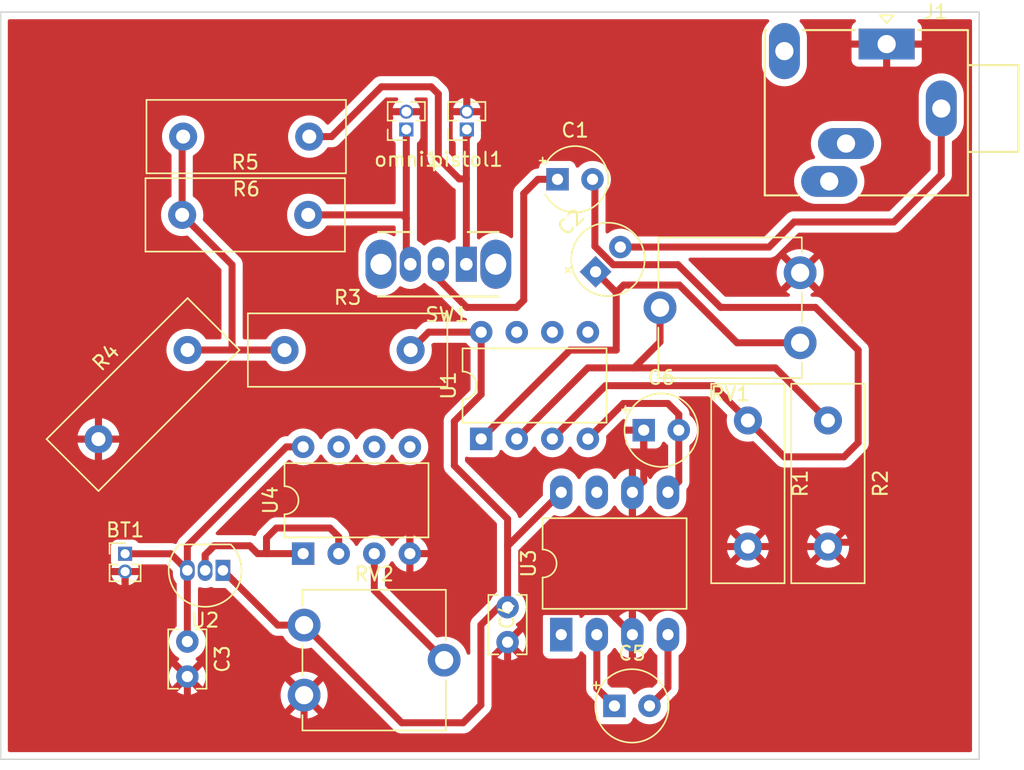
<source format=kicad_pcb>
(kicad_pcb (version 20211014) (generator pcbnew)

  (general
    (thickness 1.6)
  )

  (paper "A4")
  (layers
    (0 "F.Cu" signal)
    (31 "B.Cu" signal)
    (32 "B.Adhes" user "B.Adhesive")
    (33 "F.Adhes" user "F.Adhesive")
    (34 "B.Paste" user)
    (35 "F.Paste" user)
    (36 "B.SilkS" user "B.Silkscreen")
    (37 "F.SilkS" user "F.Silkscreen")
    (38 "B.Mask" user)
    (39 "F.Mask" user)
    (40 "Dwgs.User" user "User.Drawings")
    (41 "Cmts.User" user "User.Comments")
    (42 "Eco1.User" user "User.Eco1")
    (43 "Eco2.User" user "User.Eco2")
    (44 "Edge.Cuts" user)
    (45 "Margin" user)
    (46 "B.CrtYd" user "B.Courtyard")
    (47 "F.CrtYd" user "F.Courtyard")
    (48 "B.Fab" user)
    (49 "F.Fab" user)
    (50 "User.1" user)
    (51 "User.2" user)
    (52 "User.3" user)
    (53 "User.4" user)
    (54 "User.5" user)
    (55 "User.6" user)
    (56 "User.7" user)
    (57 "User.8" user)
    (58 "User.9" user)
  )

  (setup
    (stackup
      (layer "F.SilkS" (type "Top Silk Screen"))
      (layer "F.Paste" (type "Top Solder Paste"))
      (layer "F.Mask" (type "Top Solder Mask") (thickness 0.01))
      (layer "F.Cu" (type "copper") (thickness 0.035))
      (layer "dielectric 1" (type "core") (thickness 1.51) (material "FR4") (epsilon_r 4.5) (loss_tangent 0.02))
      (layer "B.Cu" (type "copper") (thickness 0.035))
      (layer "B.Mask" (type "Bottom Solder Mask") (thickness 0.01))
      (layer "B.Paste" (type "Bottom Solder Paste"))
      (layer "B.SilkS" (type "Bottom Silk Screen"))
      (copper_finish "None")
      (dielectric_constraints no)
    )
    (pad_to_mask_clearance 0)
    (pcbplotparams
      (layerselection 0x00010fc_ffffffff)
      (disableapertmacros false)
      (usegerberextensions false)
      (usegerberattributes true)
      (usegerberadvancedattributes true)
      (creategerberjobfile true)
      (svguseinch false)
      (svgprecision 6)
      (excludeedgelayer true)
      (plotframeref false)
      (viasonmask false)
      (mode 1)
      (useauxorigin false)
      (hpglpennumber 1)
      (hpglpenspeed 20)
      (hpglpendiameter 15.000000)
      (dxfpolygonmode true)
      (dxfimperialunits true)
      (dxfusepcbnewfont true)
      (psnegative false)
      (psa4output false)
      (plotreference true)
      (plotvalue true)
      (plotinvisibletext false)
      (sketchpadsonfab false)
      (subtractmaskfromsilk false)
      (outputformat 1)
      (mirror false)
      (drillshape 1)
      (scaleselection 1)
      (outputdirectory "")
    )
  )

  (net 0 "")
  (net 1 "Net-(C1-Pad1)")
  (net 2 "Net-(C1-Pad2)")
  (net 3 "Net-(C2-Pad1)")
  (net 4 "Net-(C2-Pad2)")
  (net 5 "10V")
  (net 6 "Earth")
  (net 7 "Net-(RV2-Pad2)")
  (net 8 "Net-(BT1-Pad1)")
  (net 9 "Net-(C5-Pad1)")
  (net 10 "Net-(C5-Pad2)")
  (net 11 "+12")
  (net 12 "-12")
  (net 13 "Net-(U2-Pad2)")
  (net 14 "unconnected-(U3-Pad1)")
  (net 15 "unconnected-(U3-Pad7)")
  (net 16 "Net-(R5-Pad2)")
  (net 17 "Net-(R6-Pad1)")
  (net 18 "Net-(R2-Pad1)")

  (footprint "Package_DIP:DIP-8_W7.62mm" (layer "F.Cu") (at 76.2 113.59 90))

  (footprint "Connector_PinSocket_1.27mm:PinSocket_1x02_P1.27mm_Vertical" (layer "F.Cu") (at 87.884 83.312 180))

  (footprint "Capacitor_THT:CP_Radial_Tantal_D4.5mm_P2.50mm" (layer "F.Cu") (at 94.35972 86.868))

  (footprint "Capacitor_THT:C_Rect_L4.0mm_W2.5mm_P2.50mm" (layer "F.Cu") (at 67.935 119.865 -90))

  (footprint "Resistor_THT:R_Box_L14.0mm_W5.0mm_P9.00mm" (layer "F.Cu") (at 74.875 99.06))

  (footprint "Button_Switch_THT:SW_CuK_OS102011MA1QN1_SPDT_Angled" (layer "F.Cu") (at 87.852 92.932 180))

  (footprint "Resistor_THT:R_Box_L14.0mm_W5.0mm_P9.00mm" (layer "F.Cu") (at 61.58802 105.416981 45))

  (footprint "Connector_PinSocket_1.27mm:PinSocket_1x02_P1.27mm_Vertical" (layer "F.Cu") (at 83.566 83.312 180))

  (footprint "Connector_Audio:Jack_3.5mm_Ledino_KB3SPRS_Horizontal" (layer "F.Cu") (at 117.856 77.216 180))

  (footprint "Resistor_THT:R_Box_L14.0mm_W5.0mm_P9.00mm" (layer "F.Cu") (at 107.95 104.085 -90))

  (footprint "Capacitor_THT:CP_Radial_Tantal_D5.0mm_P2.50mm" (layer "F.Cu") (at 97.077891 93.472 45))

  (footprint "Capacitor_THT:CP_Radial_Tantal_D5.0mm_P2.50mm" (layer "F.Cu") (at 100.516416 104.775))

  (footprint "Connector_PinHeader_1.27mm:PinHeader_1x02_P1.27mm_Vertical" (layer "F.Cu") (at 63.49 113.6))

  (footprint "Package_DIP:DIP-8_W7.62mm" (layer "F.Cu") (at 88.91 105.4 90))

  (footprint "Package_DIP:DIP-8_W10.16mm_LongPads" (layer "F.Cu") (at 94.625 119.375 90))

  (footprint "Resistor_THT:R_Box_L14.0mm_W5.0mm_P9.00mm" (layer "F.Cu") (at 113.665 104.085 -90))

  (footprint "Resistor_THT:R_Box_L14.0mm_W5.0mm_P9.00mm" (layer "F.Cu") (at 76.636 83.82 180))

  (footprint "Package_TO_SOT_THT:TO-92_Inline" (layer "F.Cu") (at 70.475 114.785 180))

  (footprint "Capacitor_THT:C_Rect_L4.0mm_W2.5mm_P2.50mm" (layer "F.Cu") (at 90.795 117.41 -90))

  (footprint "Potentiometer_THT:Potentiometer_ACP_CA9-V10_Vertical" (layer "F.Cu") (at 111.68 93.537 180))

  (footprint "Capacitor_THT:CP_Radial_Tantal_D5.0mm_P2.50mm" (layer "F.Cu") (at 98.425 124.46))

  (footprint "Potentiometer_THT:Potentiometer_ACP_CA9-V10_Vertical" (layer "F.Cu") (at 76.27 123.695))

  (footprint "Resistor_THT:R_Box_L14.0mm_W5.0mm_P9.00mm" (layer "F.Cu") (at 67.564 89.408))

  (gr_line (start 54.61 128.27) (end 54.61 74.93) (layer "Edge.Cuts") (width 0.1) (tstamp 27c153d1-dc19-4ed0-a435-3dfdcaf49038))
  (gr_line (start 124.46 128.27) (end 54.61 128.27) (layer "Edge.Cuts") (width 0.1) (tstamp ad02378c-3758-4201-8130-b81816f23d23))
  (gr_line (start 54.61 74.93) (end 124.46 74.93) (layer "Edge.Cuts") (width 0.1) (tstamp bf8ac235-a7bc-4448-a052-a4f5b911634e))
  (gr_line (start 124.46 74.93) (end 124.46 128.27) (layer "Edge.Cuts") (width 0.1) (tstamp c1b3e954-1b35-42c4-8645-18910c386322))

  (segment (start 85.852 93.98) (end 85.852 92.932) (width 0.5) (layer "F.Cu") (net 1) (tstamp 0917183b-e1a0-4b91-abc2-1d245d848205))
  (segment (start 91.948 87.884) (end 91.948 95.504) (width 0.5) (layer "F.Cu") (net 1) (tstamp 1c602ddb-83d4-4c2a-90a4-21012b1e348f))
  (segment (start 91.44 96.012) (end 87.884 96.012) (width 0.5) (layer "F.Cu") (net 1) (tstamp 2abb92e8-b476-47b0-922f-940fe5be0fdc))
  (segment (start 85.852 93.577) (end 85.852 92.932) (width 0.5) (layer "F.Cu") (net 1) (tstamp 8dcf60b0-6715-497d-a2b4-c2b205e91dfb))
  (segment (start 87.884 96.012) (end 85.852 93.98) (width 0.5) (layer "F.Cu") (net 1) (tstamp a85207b8-24c0-45c8-a456-a616bad1fb7c))
  (segment (start 94.35972 86.868) (end 92.964 86.868) (width 0.5) (layer "F.Cu") (net 1) (tstamp c0f6d942-9245-473c-af99-46b3d2756b2f))
  (segment (start 91.948 95.504) (end 91.44 96.012) (width 0.5) (layer "F.Cu") (net 1) (tstamp ebdd214d-af50-40e5-a14d-31146ebf45a7))
  (segment (start 92.964 86.868) (end 91.948 87.884) (width 0.5) (layer "F.Cu") (net 1) (tstamp f603f752-7479-4982-9963-f3c73f3295f8))
  (segment (start 97.028 87.03628) (end 96.85972 86.868) (width 0.5) (layer "F.Cu") (net 2) (tstamp 20623035-5809-468f-8403-45ec68f25ada))
  (segment (start 97.79 101.6) (end 93.99 105.4) (width 0.5) (layer "F.Cu") (net 2) (tstamp 24b09e70-96d4-4fc9-9a36-19f468a043fe))
  (segment (start 105.465 101.6) (end 97.79 101.6) (width 0.5) (layer "F.Cu") (net 2) (tstamp 29895e65-9d66-47b4-8952-6f4e9f7475c9))
  (segment (start 112.776 96.012) (end 106.00372 96.012) (width 0.5) (layer "F.Cu") (net 2) (tstamp 2fccb043-a2f1-423b-be86-c70e3701e209))
  (segment (start 106.00372 96.012) (end 102.95572 92.964) (width 0.5) (layer "F.Cu") (net 2) (tstamp 3379d8c2-dc59-4d9c-b09a-1a6b7978fab1))
  (segment (start 98.337659 92.964) (end 97.028 91.654341) (width 0.5) (layer "F.Cu") (net 2) (tstamp 393dd848-43a3-40bf-961a-d68f9747b860))
  (segment (start 102.95572 92.964) (end 98.337659 92.964) (width 0.5) (layer "F.Cu") (net 2) (tstamp 41bb16cf-0900-4020-9ca4-96728d584655))
  (segment (start 115.824 105.664) (end 115.824 99.06) (width 0.5) (layer "F.Cu") (net 2) (tstamp 4f0e1b45-5b30-4e1f-8c5b-33d475357bd4))
  (segment (start 110.545 106.68) (end 114.808 106.68) (width 0.5) (layer "F.Cu") (net 2) (tstamp 6c9cc554-9d65-458f-bfb1-d9f9831095da))
  (segment (start 115.824 99.06) (end 112.776 96.012) (width 0.5) (layer "F.Cu") (net 2) (tstamp 88d171ab-eca0-4cb5-b7c5-a88a23cea5df))
  (segment (start 107.95 104.085) (end 105.465 101.6) (width 0.5) (layer "F.Cu") (net 2) (tstamp cf5eacda-641c-4689-bc94-315aeaceaa2c))
  (segment (start 114.808 106.68) (end 115.824 105.664) (width 0.5) (layer "F.Cu") (net 2) (tstamp d6b47630-1cf6-487b-ae0c-b9ffadb062b6))
  (segment (start 97.028 91.654341) (end 97.028 87.03628) (width 0.5) (layer "F.Cu") (net 2) (tstamp fbb20f6f-3988-437f-88df-5f2f80c2b886))
  (segment (start 107.95 104.085) (end 110.545 106.68) (width 0.5) (layer "F.Cu") (net 2) (tstamp fe21c612-a309-4013-b1a5-425c8f71402b))
  (segment (start 107.173 98.537) (end 103.053 94.417) (width 0.5) (layer "F.Cu") (net 3) (tstamp 0e411f71-cacf-40ca-9303-ef64f0eac196))
  (segment (start 95.25 99.06) (end 98.552 99.06) (width 0.5) (layer "F.Cu") (net 3) (tstamp 278ab21a-dd21-4bf1-a773-54b3a4cd59f5))
  (segment (start 98.552 99.06) (end 98.552 94.946109) (width 0.5) (layer "F.Cu") (net 3) (tstamp 525f39a4-4e9e-412a-932b-3548c96c629e))
  (segment (start 98.552 94.946109) (end 97.077891 93.472) (width 0.5) (layer "F.Cu") (net 3) (tstamp 7861721b-75d6-42e9-9265-9288e3ce1a41))
  (segment (start 99.081109 94.417) (end 98.552 94.946109) (width 0.5) (layer "F.Cu") (net 3) (tstamp 929ba404-6478-46f0-ba67-51812df1e1df))
  (segment (start 88.91 105.4) (end 95.25 99.06) (width 0.5) (layer "F.Cu") (net 3) (tstamp 983cb255-e070-41c4-8e91-fe2fb8464bc2))
  (segment (start 111.68 98.537) (end 107.173 98.537) (width 0.5) (layer "F.Cu") (net 3) (tstamp de252101-2856-4e54-be9f-43b01c24d9db))
  (segment (start 103.053 94.417) (end 99.081109 94.417) (width 0.5) (layer "F.Cu") (net 3) (tstamp ec60b453-5524-4bc3-878b-5596e87a807c))
  (segment (start 98.845658 91.704233) (end 109.463767 91.704233) (width 0.5) (layer "F.Cu") (net 4) (tstamp 08a78a76-348c-4d3e-9497-9ff667a9bb73))
  (segment (start 118.364 89.916) (end 121.756 86.524) (width 0.5) (layer "F.Cu") (net 4) (tstamp 0bea421b-b20b-4a47-b9b8-b6ce692fddd6))
  (segment (start 109.463767 91.704233) (end 111.252 89.916) (width 0.5) (layer "F.Cu") (net 4) (tstamp 4ec8d1c6-fbd0-45ae-bd1c-d701d5b52eda))
  (segment (start 121.756 86.524) (end 121.756 81.816) (width 0.5) (layer "F.Cu") (net 4) (tstamp bfe06fd0-64c5-438c-8389-572e0f6450d8))
  (segment (start 111.252 89.916) (end 118.364 89.916) (width 0.5) (layer "F.Cu") (net 4) (tstamp d56ccd93-bd70-40aa-a86f-e67c3321b531))
  (segment (start 71.12698 99.05302) (end 71.12698 92.97098) (width 0.5) (layer "F.Cu") (net 5) (tstamp 1515646e-9d34-40ad-9b23-8e6747471c9d))
  (segment (start 67.951981 99.05302) (end 71.12698 99.05302) (width 0.5) (layer "F.Cu") (net 5) (tstamp 2962d75f-8a7f-4158-bffe-8a85b6093451))
  (segment (start 71.12698 92.97098) (end 67.564 89.408) (width 0.5) (layer "F.Cu") (net 5) (tstamp 2e8dba69-95fc-4e63-8413-ea1e6a0eca9e))
  (segment (start 74.86802 99.05302) (end 74.875 99.06) (width 0.5) (layer "F.Cu") (net 5) (tstamp 447cc007-0944-40f5-87ce-8ed13d0e1805))
  (segment (start 67.564 83.892) (end 67.636 83.82) (width 0.5) (layer "F.Cu") (net 5) (tstamp 44aeb15e-9454-4a32-82cd-6d6e745145cb))
  (segment (start 67.564 89.408) (end 67.564 83.892) (width 0.5) (layer "F.Cu") (net 5) (tstamp 892898e4-4499-401d-ac88-a4a993fb9a63))
  (segment (start 71.12698 99.05302) (end 74.86802 99.05302) (width 0.5) (layer "F.Cu") (net 5) (tstamp d9dd482e-7215-4bf7-a792-ac017fb20cc4))
  (segment (start 115.316 112.776) (end 113.974 112.776) (width 0.5) (layer "F.Cu") (net 6) (tstamp 0ba89040-96a4-4d55-8cbe-641025f92174))
  (segment (start 92.98 117.725) (end 98.055 117.725) (width 0.5) (layer "F.Cu") (net 6) (tstamp 175fb4af-77a4-46fc-94a1-ca7192d904e5))
  (segment (start 107.95 113.085) (end 113.665 113.085) (width 0.5) (layer "F.Cu") (net 6) (tstamp 224c86fd-7c9c-4cd3-8e2a-c368e023075e))
  (segment (start 84.445 104.075) (end 74.92 104.075) (width 0.5) (layer "F.Cu") (net 6) (tstamp 234e44dd-f238-40bb-8da2-ec446ff275f4))
  (segment (start 62.22 111.695) (end 61.585 112.33) (width 0.5) (layer "F.Cu") (net 6) (tstamp 3086b978-cd4a-4af1-b627-3e3dbdee6ca0))
  (segment (start 117.348 99.205) (end 117.348 110.744) (width 0.5) (layer "F.Cu") (net 6) (tstamp 33d9fa8a-a1d3-456f-abe3-47cba027d8fb))
  (segment (start 99.705 109.215) (end 99.705 113.04) (width 0.5) (layer "F.Cu") (net 6) (tstamp 3e986bc6-dcee-43bb-92fe-0b745034f312))
  (segment (start 63.49 122.49) (end 67.935 126.935) (width 0.5) (layer "F.Cu") (net 6) (tstamp 40dbde24-c1cc-421a-8a4e-82310bf3de52))
  (segment (start 76.19 126.935) (end 88.33 126.935) (width 0.5) (layer "F.Cu") (net 6) (tstamp 42f1520d-e99e-4a6f-8f0a-2d010e16df3f))
  (segment (start 62.295 111.695) (end 62.22 111.695) (width 0.5) (layer "F.Cu") (net 6) (tstamp 42fcb956-8c9b-48cc-8efd-b93dd4dc2bd0))
  (segment (start 83.82 109.145) (end 85.715 107.25) (width 0.5) (layer "F.Cu") (net 6) (tstamp 46dd923f-df46-4dcd-aed5-cb61640dea89))
  (segment (start 88.33 126.935) (end 90.795 124.47) (width 0.5) (layer "F.Cu") (net 6) (tstamp 5e819eec-64c5-48f6-9959-dfabf278196f))
  (segment (start 113.974 112.776) (end 113.665 113.085) (width 0.5) (layer "F.Cu") (net 6) (tstamp 649e9c29-868c-4d78-b610-fcb6105c2b3c))
  (segment (start 90.795 119.91) (end 92.98 117.725) (width 0.5) (layer "F.Cu") (net 6) (tstamp 67a9ca1a-aec7-488b-ba46-1a95b3f30e0f))
  (segment (start 62.22 114.87) (end 63.49 114.87) (width 0.5) (layer "F.Cu") (net 6) (tstamp 69518213-6d22-4683-a85d-45a5bcdbf6c8))
  (segment (start 76.27 126.855) (end 76.19 126.935) (width 0.5) (layer "F.Cu") (net 6) (tstamp 8e82afb8-4d68-4dea-abb5-79539215ca18))
  (segment (start 63.49 114.87) (end 63.49 122.49) (width 0.5) (layer "F.Cu") (net 6) (tstamp 903ea94d-d939-41bb-bfb1-1c429f60b600))
  (segment (start 111.68 93.537) (end 117.348 99.205) (width 0.5) (layer "F.Cu") (net 6) (tstamp 91f6a607-6777-4d59-9a1c-efde1c1aa494))
  (segment (start 107.95 113.085) (end 99.75 113.085) (width 0.5) (layer "F.Cu") (net 6) (tstamp 927fe12c-907e-4228-891c-b738c571af5d))
  (segment (start 85.715 107.25) (end 85.715 105.345) (width 0.5) (layer "F.Cu") (net 6) (tstamp a0cede85-6845-4469-aad2-fd2764a85858))
  (segment (start 117.348 110.744) (end 115.316 112.776) (width 0.5) (layer "F.Cu") (net 6) (tstamp aa044964-876b-4903-813b-aeeba56613c1))
  (segment (start 67.3 111.695) (end 62.295 111.695) (width 0.5) (layer "F.Cu") (net 6) (tstamp b0705007-2fb9-499b-8d36-36fd68e34d54))
  (segment (start 67.935 126.935) (end 76.19 126.935) (width 0.5) (layer "F.Cu") (net 6) (tstamp b2b0d0be-8150-4616-8966-50d7e350a770))
  (segment (start 62.22 111.695) (end 61.58802 111.06302) (width 0.5) (layer "F.Cu") (net 6) (tstamp b42831cd-b4a2-4471-880c-d2718564e8ba))
  (segment (start 98.055 117.725) (end 99.705 119.375) (width 0.5) (layer "F.Cu") (net 6) (tstamp b8a65a32-b4e9-4be0-8f3f-9e3521ceef18))
  (segment (start 61.585 112.33) (end 61.585 114.235) (width 0.5) (layer "F.Cu") (net 6) (tstamp c2816c51-751f-443c-8953-4f4706ede126))
  (segment (start 74.92 104.075) (end 67.3 111.695) (width 0.5) (layer "F.Cu") (net 6) (tstamp c8553d06-8902-48f4-9b08-a97e280a044a))
  (segment (start 99.705 113.04) (end 99.705 119.375) (width 0.5) (layer "F.Cu") (net 6) (tstamp cb452f13-4006-43dc-b58c-8faaecaf45a0))
  (segment (start 85.715 105.345) (end 84.445 104.075) (width 0.5) (layer "F.Cu") (net 6) (tstamp d088d2bc-fb72-40c1-94ea-6768dc104ff6))
  (segment (start 100.516416 108.403584) (end 99.705 109.215) (width 0.5) (layer "F.Cu") (net 6) (tstamp d0920ff4-40d8-47d7-87d5-1f8c76618c78))
  (segment (start 76.27 123.695) (end 76.27 126.855) (width 0.5) (layer "F.Cu") (net 6) (tstamp d74e30a4-4820-4148-ad9c-9c6057e9aee2))
  (segment (start 99.75 113.085) (end 99.705 113.04) (width 0.5) (layer "F.Cu") (net 6) (tstamp e382954a-aac2-47a9-baf1-074bbe7ed94d))
  (segment (start 90.795 124.47) (end 90.795 119.91) (width 0.5) (layer "F.Cu") (net 6) (tstamp e5acb2a8-bf91-42b5-8d1b-35b6521de1e8))
  (segment (start 67.935 122.365) (end 67.935 126.935) (width 0.5) (layer "F.Cu") (net 6) (tstamp f033ab20-b9a1-4b18-827e-ddb086c305aa))
  (segment (start 83.82 113.59) (end 83.82 109.145) (width 0.5) (layer "F.Cu") (net 6) (tstamp f4cc8f41-6890-4449-80b1-017886989cd3))
  (segment (start 61.585 114.235) (end 62.22 114.87) (width 0.5) (layer "F.Cu") (net 6) (tstamp f6029d68-689e-4e4f-b7e1-9fd3d2c24869))
  (segment (start 61.58802 111.06302) (end 61.58802 105.416981) (width 0.5) (layer "F.Cu") (net 6) (tstamp feb74843-5e67-4ec0-a966-79a5304b21e7))
  (segment (start 100.516416 104.775) (end 100.516416 108.403584) (width 0.5) (layer "F.Cu") (net 6) (tstamp ff5b40b8-9ff9-4156-ba9e-8d799d543528))
  (segment (start 81.28 116.205) (end 86.27 121.195) (width 0.5) (layer "F.Cu") (net 7) (tstamp e2c3ba9d-573a-490a-8ef8-a5212dd2d171))
  (segment (start 81.28 113.59) (end 81.28 116.205) (width 0.5) (layer "F.Cu") (net 7) (tstamp fe99e214-1807-45e6-84e2-6421cf8e1b3c))
  (segment (start 66.75 113.6) (end 67.935 114.785) (width 0.5) (layer "F.Cu") (net 8) (tstamp 34e66179-9097-49be-bb89-b4126773ccf4))
  (segment (start 67.935 114.785) (end 67.935 113.04) (width 0.5) (layer "F.Cu") (net 8) (tstamp 674c2449-eb2b-4e30-86fb-1a8c0c1ad18c))
  (segment (start 75.005 105.97) (end 76.2 105.97) (width 0.5) (layer "F.Cu") (net 8) (tstamp a35b00c5-5100-4720-8c56-d149f5391206))
  (segment (start 67.935 114.785) (end 67.935 119.865) (width 0.5) (layer "F.Cu") (net 8) (tstamp ab91b2e8-c85e-4a77-954e-279ae974eb00))
  (segment (start 67.935 113.04) (end 75.005 105.97) (width 0.5) (layer "F.Cu") (net 8) (tstamp e38d46f9-b173-4689-bc55-3963c16c4009))
  (segment (start 63.49 113.6) (end 66.75 113.6) (width 0.5) (layer "F.Cu") (net 8) (tstamp f249df20-bd4d-43ea-a70a-8421ae0d4d45))
  (segment (start 97.165 119.375) (end 97.165 123.2) (width 0.5) (layer "F.Cu") (net 9) (tstamp 6295f8b0-aa78-41c9-ad40-77f713f5fc54))
  (segment (start 97.165 123.2) (end 98.425 124.46) (width 0.5) (layer "F.Cu") (net 9) (tstamp c2cea025-1ebd-43b2-81a2-d2f4598a4779))
  (segment (start 102.245 123.14) (end 100.925 124.46) (width 0.5) (layer "F.Cu") (net 10) (tstamp 7e474c7c-333a-4b10-b840-916acb4f2a77))
  (segment (start 102.245 119.375) (end 102.245 123.14) (width 0.5) (layer "F.Cu") (net 10) (tstamp ed38c64d-85cb-4a81-a545-0d75a95140fb))
  (segment (start 90.795 113.045) (end 90.795 111.115) (width 0.5) (layer "F.Cu") (net 11) (tstamp 0bfd5ab5-2124-4c01-ad0b-c4aa99498974))
  (segment (start 90.795 111.115) (end 86.995 107.315) (width 0.5) (layer "F.Cu") (net 11) (tstamp 0e5252dc-a538-4e09-878f-3e63b2a42ddd))
  (segment (start 88.89 118.68) (end 90.16 117.41) (width 0.5) (layer "F.Cu") (net 11) (tstamp 11dd094a-9b96-48ab-81b2-47797dcaf7d5))
  (segment (start 85.155 97.78) (end 83.875 99.06) (width 0.5) (layer "F.Cu") (net 11) (tstamp 133ea1b1-d72b-4a37-9a20-9c652655b6ed))
  (segment (start 74.385 118.695) (end 70.475 114.785) (width 0.5) (layer "F.Cu") (net 11) (tstamp 13cac493-6b39-4052-9d60-ba5e5d10b08b))
  (segment (start 90.795 117.41) (end 90.795 113.045) (width 0.5) (layer "F.Cu") (net 11) (tstamp 18416284-27ff-4195-8f7e-a1df3583e54a))
  (segment (start 87.62 125.665) (end 88.89 124.395) (width 0.5) (layer "F.Cu") (net 11) (tstamp 3812b5fb-b8fd-431f-908e-e1dc24abc930))
  (segment (start 88.89 124.395) (end 88.89 118.68) (width 0.5) (layer "F.Cu") (net 11) (tstamp 420ef3f7-d884-4eef-a608-9e57312fec30))
  (segment (start 90.795 113.045) (end 94.625 109.215) (width 0.5) (layer "F.Cu") (net 11) (tstamp 43cd418d-779e-4fa5-8d87-b7ea48401150))
  (segment (start 88.91 97.78) (end 85.155 97.78) (width 0.5) (layer "F.Cu") (net 11) (tstamp 542292eb-1425-411f-a503-b4d9c975fbdb))
  (segment (start 83.24 125.665) (end 87.62 125.665) (width 0.5) (layer "F.Cu") (net 11) (tstamp 5c30ff00-75ab-4898-9f23-4f1eb7b57547))
  (segment (start 74.385 118.695) (end 76.27 118.695) (width 0.5) (layer "F.Cu") (net 11) (tstamp 5e9a99f5-9266-4885-8d98-4ea308422056))
  (segment (start 88.91 102.225) (end 88.91 97.78) (width 0.5) (layer "F.Cu") (net 11) (tstamp 60e0b77a-7acf-4bf6-96ef-3ba8a343400d))
  (segment (start 86.995 104.14) (end 88.91 102.225) (width 0.5) (layer "F.Cu") (net 11) (tstamp 8fe8f323-e501-47b6-9ac9-cafc94c18c3b))
  (segment (start 86.995 107.315) (end 86.995 104.14) (width 0.5) (layer "F.Cu") (net 11) (tstamp 998d118e-0857-4c71-b994-43d73f6a34e6))
  (segment (start 90.16 117.41) (end 90.795 117.41) (width 0.5) (layer "F.Cu") (net 11) (tstamp 9d405c48-6a64-42f8-9385-86051399a06d))
  (segment (start 76.27 118.695) (end 83.24 125.665) (width 0.5) (layer "F.Cu") (net 11) (tstamp d13bcba6-cbaf-4cfc-a685-8eefb4aabec5))
  (segment (start 102.245 109.21) (end 103.016416 108.438584) (width 0.5) (layer "F.Cu") (net 12) (tstamp 1ff98a1a-21d9-49e1-9422-fc5c6419136f))
  (segment (start 102.235 102.87) (end 99.06 102.87) (width 0.5) (layer "F.Cu") (net 12) (tstamp 63cb0375-1116-47f4-848f-1664a0b66330))
  (segment (start 103.016416 104.775) (end 103.016416 103.651416) (width 0.5) (layer "F.Cu") (net 12) (tstamp 6e88388d-7650-4fa8-bc81-924529632540))
  (segment (start 102.259888 109.200112) (end 102.245 109.215) (width 0.2) (layer "F.Cu") (net 12) (tstamp 7c33d92a-50b4-4eb9-b0c5-bb7484c8f76d))
  (segment (start 103.016416 103.651416) (end 102.235 102.87) (width 0.5) (layer "F.Cu") (net 12) (tstamp 84e96be6-248d-4c37-9ca3-c64feeeb619f))
  (segment (start 103.016416 108.438584) (end 103.016416 104.775) (width 0.5) (layer "F.Cu") (net 12) (tstamp aec9fc79-c765-46c2-ad74-12cf3aff0cd8))
  (segment (start 102.245 109.215) (end 102.245 109.21) (width 0.2) (layer "F.Cu") (net 12) (tstamp b8b80a5d-fab7-49f8-97af-4f786768b243))
  (segment (start 99.06 102.87) (end 96.53 105.4) (width 0.5) (layer "F.Cu") (net 12) (tstamp e8266cfc-188a-43b6-aef0-3a5bc3bd3fd3))
  (segment (start 76.2 113.59) (end 73.585 113.59) (width 0.5) (layer "F.Cu") (net 13) (tstamp 10da6a8c-f75a-4e30-9b90-092de05ed70d))
  (segment (start 72.95 113.59) (end 72.39 113.03) (width 0.5) (layer "F.Cu") (net 13) (tstamp 445d3e87-ffb1-41a2-baeb-c73df1da3bf2))
  (segment (start 69.205 113.675) (end 69.205 114.785) (width 0.5) (layer "F.Cu") (net 13) (tstamp 445d6d45-1bc9-45f3-b36b-e8ecad8f5175))
  (segment (start 78.74 112.395) (end 78.105 111.76) (width 0.5) (layer "F.Cu") (net 13) (tstamp 529dd966-4463-4877-adfd-c2c57aa580ec))
  (segment (start 69.85 113.03) (end 69.205 113.675) (width 0.5) (layer "F.Cu") (net 13) (tstamp 5f5e809c-397c-477c-855e-a2a77b2f912d))
  (segment (start 72.39 113.03) (end 69.85 113.03) (width 0.5) (layer "F.Cu") (net 13) (tstamp a1d82fb9-b997-4114-aaf7-4c0d906b3947))
  (segment (start 78.105 111.76) (end 74.295 111.76) (width 0.5) (layer "F.Cu") (net 13) (tstamp acaa471a-d1c2-4cb5-af2a-cd722a5dac49))
  (segment (start 73.585 112.47) (end 73.585 113.59) (width 0.5) (layer "F.Cu") (net 13) (tstamp c0ddf0d5-da22-489e-b5c7-1077f988ccfb))
  (segment (start 78.74 113.59) (end 78.74 112.395) (width 0.5) (layer "F.Cu") (net 13) (tstamp dea6e9bb-02ef-462c-8c83-287cade4bfc4))
  (segment (start 73.585 113.59) (end 72.95 113.59) (width 0.5) (layer "F.Cu") (net 13) (tstamp f1730140-580d-4d9a-80cb-465b80c418cb))
  (segment (start 74.295 111.76) (end 73.585 112.47) (width 0.5) (layer "F.Cu") (net 13) (tstamp f4f7e676-241c-445a-a3bd-9b50c1915098))
  (segment (start 83.312 89.408) (end 83.566 89.662) (width 0.5) (layer "F.Cu") (net 16) (tstamp 026493d8-2cf5-4612-8ce2-38c0cfd5c2b7))
  (segment (start 83.566 89.662) (end 83.566 92.646) (width 0.5) (layer "F.Cu") (net 16) (tstamp 0892dca9-3fad-4964-b15a-bcce1aceae9b))
  (segment (start 83.566 83.312) (end 83.566 89.662) (width 0.5) (layer "F.Cu") (net 16) (tstamp 2cdc1d7c-4c48-48ce-8849-0862204932d2))
  (segment (start 76.564 89.408) (end 83.312 89.408) (width 0.5) (layer "F.Cu") (net 16) (tstamp 74d9a6c7-b755-4edf-8f2e-eecad1a7c6bf))
  (segment (start 83.566 92.646) (end 83.852 92.932) (width 0.5) (layer "F.Cu") (net 16) (tstamp 80ab1a0d-f985-4ef9-b9c9-2f0434ab73c5))
  (segment (start 87.344 86.836) (end 87.852 86.836) (width 0.5) (layer "F.Cu") (net 17) (tstamp 00ae5625-5035-4432-97b1-cb7f71fb98ff))
  (segment (start 85.852 85.344) (end 87.344 86.836) (width 0.5) (layer "F.Cu") (net 17) (tstamp 0e3640cd-7f2c-4d7a-8c07-7a1a10a8069b))
  (segment (start 87.884 83.312) (end 88.138 83.566) (width 0.5) (layer "F.Cu") (net 17) (tstamp 300e9897-b449-4089-8edb-f726e09b390f))
  (segment (start 87.852 83.852) (end 87.852 86.836) (width 0.5) (layer "F.Cu") (net 17) (tstamp 543f8851-7c9d-4253-b6ad-c771aada401c))
  (segment (start 81.788 80.264) (end 85.344 80.264) (width 0.5) (layer "F.Cu") (net 17) (tstamp 65764b2a-11fc-445f-b74d-975c755f0780))
  (segment (start 85.852 80.772) (end 85.852 85.344) (width 0.5) (layer "F.Cu") (net 17) (tstamp 7d18ff1b-e612-402d-9490-f6ca5852f16b))
  (segment (start 88.138 83.566) (end 87.852 83.852) (width 0.5) (layer "F.Cu") (net 17) (tstamp 7e14cfd8-48e2-40f8-b94d-9c6d84d06718))
  (segment (start 85.344 80.264) (end 85.852 80.772) (width 0.5) (layer "F.Cu") (net 17) (tstamp 8db373ad-bfd2-4c55-8634-dce33bd6cc30))
  (segment (start 87.852 86.836) (end 87.852 92.932) (width 0.5) (layer "F.Cu") (net 17) (tstamp 9f16ee3e-c365-4ef1-b1e5-4adc79d8fa7c))
  (segment (start 78.232 83.82) (end 81.788 80.264) (width 0.5) (layer "F.Cu") (net 17) (tstamp a0743fdb-23cc-44e9-85b2-134c206e826a))
  (segment (start 76.636 83.82) (end 78.232 83.82) (width 0.5) (layer "F.Cu") (net 17) (tstamp facd0268-4cd1-4a0c-bdcd-96a8a93efc5e))
  (segment (start 111.1525 101.5725) (end 109.91 100.33) (width 0.5) (layer "F.Cu") (net 18) (tstamp 1fc9ccbf-0592-4d57-a02f-3568010ba3b7))
  (segment (start 101.68 98.472) (end 99.822 100.33) (width 0.5) (layer "F.Cu") (net 18) (tstamp 4edbf74f-01f4-434a-9dca-c0a0a9f38c66))
  (segment (start 113.665 104.085) (end 111.1525 101.5725) (width 0.5) (layer "F.Cu") (net 18) (tstamp 647e140a-74aa-4729-9fd4-58c10e6707e0))
  (segment (start 99.822 100.33) (end 96.52 100.33) (width 0.5) (layer "F.Cu") (net 18) (tstamp 86ca247b-0585-4a70-b043-a1121ea5650a))
  (segment (start 111.18 101.6) (end 111.1525 101.5725) (width 0.5) (layer "F.Cu") (net 18) (tstamp 986abb99-8c64-476b-8315-0f68ef1f228c))
  (segment (start 101.68 96.037) (end 101.68 98.472) (width 0.5) (layer "F.Cu") (net 18) (tstamp c3b27c84-daab-4a73-a40e-0ad990da9351))
  (segment (start 109.855 100.33) (end 99.822 100.33) (width 0.5) (layer "F.Cu") (net 18) (tstamp c6f1c434-e20d-4d8e-a02c-eb2720012623))
  (segment (start 96.52 100.33) (end 91.45 105.4) (width 0.5) (layer "F.Cu") (net 18) (tstamp cdc631e7-827c-4316-9ea9-98d01992693d))
  (segment (start 109.91 100.33) (end 109.855 100.33) (width 0.5) (layer "F.Cu") (net 18) (tstamp e47e5f0a-443f-443b-b284-c45ec07b833d))

  (zone (net 6) (net_name "Earth") (layer "F.Cu") (tstamp 65658de3-d462-4203-8051-e4a573f081a4) (hatch edge 0.508)
    (connect_pads (clearance 0.508))
    (min_thickness 0.254) (filled_areas_thickness no)
    (fill yes (thermal_gap 0.508) (thermal_bridge_width 0.508))
    (polygon
      (pts
        (xy 124.46 128.27)
        (xy 54.61 128.27)
        (xy 54.61 74.93)
        (xy 124.46 74.93)
      )
    )
    (filled_polygon
      (layer "F.Cu")
      (pts
        (xy 109.41871 75.458502)
        (xy 109.465203 75.512158)
        (xy 109.475307 75.582432)
        (xy 109.445813 75.647012)
        (xy 109.43242 75.660311)
        (xy 109.415102 75.675102)
        (xy 109.250672 75.867624)
        (xy 109.118384 76.083498)
        (xy 109.021495 76.317409)
        (xy 108.962391 76.563597)
        (xy 108.9475 76.752801)
        (xy 108.9475 78.679199)
        (xy 108.962391 78.868403)
        (xy 109.021495 79.114591)
        (xy 109.023388 79.119162)
        (xy 109.023389 79.119164)
        (xy 109.107408 79.322003)
        (xy 109.118384 79.348502)
        (xy 109.250672 79.564376)
        (xy 109.415102 79.756898)
        (xy 109.607624 79.921328)
        (xy 109.823498 80.053616)
        (xy 109.828068 80.055509)
        (xy 109.828072 80.055511)
        (xy 110.052836 80.148611)
        (xy 110.057409 80.150505)
        (xy 110.142032 80.170821)
        (xy 110.298784 80.208454)
        (xy 110.29879 80.208455)
        (xy 110.303597 80.209609)
        (xy 110.556 80.229474)
        (xy 110.808403 80.209609)
        (xy 110.81321 80.208455)
        (xy 110.813216 80.208454)
        (xy 110.969968 80.170821)
        (xy 111.054591 80.150505)
        (xy 111.059164 80.148611)
        (xy 111.283928 80.055511)
        (xy 111.283932 80.055509)
        (xy 111.288502 80.053616)
        (xy 111.504376 79.921328)
        (xy 111.696898 79.756898)
        (xy 111.861328 79.564376)
        (xy 111.993616 79.348502)
        (xy 112.004593 79.322003)
        (xy 112.088611 79.119164)
        (xy 112.088612 79.119162)
        (xy 112.090505 79.114591)
        (xy 112.149609 78.868403)
        (xy 112.1645 78.679199)
        (xy 112.1645 78.360669)
        (xy 115.348001 78.360669)
        (xy 115.348371 78.36749)
        (xy 115.353895 78.418352)
        (xy 115.357521 78.433604)
        (xy 115.402676 78.554054)
        (xy 115.411214 78.569649)
        (xy 115.487715 78.671724)
        (xy 115.500276 78.684285)
        (xy 115.602351 78.760786)
        (xy 115.617946 78.769324)
        (xy 115.738394 78.814478)
        (xy 115.753649 78.818105)
        (xy 115.804514 78.823631)
        (xy 115.811328 78.824)
        (xy 117.583885 78.824)
        (xy 117.599124 78.819525)
        (xy 117.600329 78.818135)
        (xy 117.602 78.810452)
        (xy 117.602 78.805884)
        (xy 118.11 78.805884)
        (xy 118.114475 78.821123)
        (xy 118.115865 78.822328)
        (xy 118.123548 78.823999)
        (xy 119.900669 78.823999)
        (xy 119.90749 78.823629)
        (xy 119.958352 78.818105)
        (xy 119.973604 78.814479)
        (xy 120.094054 78.769324)
        (xy 120.109649 78.760786)
        (xy 120.211724 78.684285)
        (xy 120.224285 78.671724)
        (xy 120.300786 78.569649)
        (xy 120.309324 78.554054)
        (xy 120.354478 78.433606)
        (xy 120.358105 78.418351)
        (xy 120.363631 78.367486)
        (xy 120.364 78.360672)
        (xy 120.364 77.488115)
        (xy 120.359525 77.472876)
        (xy 120.358135 77.471671)
        (xy 120.350452 77.47)
        (xy 118.128115 77.47)
        (xy 118.112876 77.474475)
        (xy 118.111671 77.475865)
        (xy 118.11 77.483548)
        (xy 118.11 78.805884)
        (xy 117.602 78.805884)
        (xy 117.602 77.488115)
        (xy 117.597525 77.472876)
        (xy 117.596135 77.471671)
        (xy 117.588452 77.47)
        (xy 115.366116 77.47)
        (xy 115.350877 77.474475)
        (xy 115.349672 77.475865)
        (xy 115.348001 77.483548)
        (xy 115.348001 78.360669)
        (xy 112.1645 78.360669)
        (xy 112.1645 76.752801)
        (xy 112.149609 76.563597)
        (xy 112.090505 76.317409)
        (xy 111.993616 76.083498)
        (xy 111.861328 75.867624)
        (xy 111.696898 75.675102)
        (xy 111.67958 75.660311)
        (xy 111.640771 75.60086)
        (xy 111.640265 75.529866)
        (xy 111.678221 75.469867)
        (xy 111.742589 75.439914)
        (xy 111.761411 75.4385)
        (xy 115.53489 75.4385)
        (xy 115.603011 75.458502)
        (xy 115.649504 75.512158)
        (xy 115.659608 75.582432)
        (xy 115.630114 75.647012)
        (xy 115.608503 75.664447)
        (xy 115.609538 75.665828)
        (xy 115.500276 75.747715)
        (xy 115.487715 75.760276)
        (xy 115.411214 75.862351)
        (xy 115.402676 75.877946)
        (xy 115.357522 75.998394)
        (xy 115.353895 76.013649)
        (xy 115.348369 76.064514)
        (xy 115.348 76.071328)
        (xy 115.348 76.943885)
        (xy 115.352475 76.959124)
        (xy 115.353865 76.960329)
        (xy 115.361548 76.962)
        (xy 120.345884 76.962)
        (xy 120.361123 76.957525)
        (xy 120.362328 76.956135)
        (xy 120.363999 76.948452)
        (xy 120.363999 76.071331)
        (xy 120.363629 76.06451)
        (xy 120.358105 76.013648)
        (xy 120.354479 75.998396)
        (xy 120.309324 75.877946)
        (xy 120.300786 75.862351)
        (xy 120.224285 75.760276)
        (xy 120.211724 75.747715)
        (xy 120.102462 75.665828)
        (xy 120.104593 75.662984)
        (xy 120.066458 75.624766)
        (xy 120.051441 75.555376)
        (xy 120.076323 75.488883)
        (xy 120.133204 75.446397)
        (xy 120.17711 75.4385)
        (xy 123.8255 75.4385)
        (xy 123.893621 75.458502)
        (xy 123.940114 75.512158)
        (xy 123.9515 75.5645)
        (xy 123.9515 127.6355)
        (xy 123.931498 127.703621)
        (xy 123.877842 127.750114)
        (xy 123.8255 127.7615)
        (xy 55.2445 127.7615)
        (xy 55.176379 127.741498)
        (xy 55.129886 127.687842)
        (xy 55.1185 127.6355)
        (xy 55.1185 125.046895)
        (xy 75.282851 125.046895)
        (xy 75.291563 125.058415)
        (xy 75.374529 125.119249)
        (xy 75.382444 125.124194)
        (xy 75.594873 125.235959)
        (xy 75.603447 125.239687)
        (xy 75.830067 125.318826)
        (xy 75.839077 125.32124)
        (xy 76.074923 125.366017)
        (xy 76.08418 125.367071)
        (xy 76.324058 125.376497)
        (xy 76.333372 125.376171)
        (xy 76.571996 125.350038)
        (xy 76.581173 125.348337)
        (xy 76.813312 125.28722)
        (xy 76.822132 125.284183)
        (xy 77.042693 125.189423)
        (xy 77.050965 125.185116)
        (xy 77.254026 125.059458)
        (xy 77.260751 125.049253)
        (xy 77.254688 125.038899)
        (xy 76.28281 124.06702)
        (xy 76.268869 124.059408)
        (xy 76.267034 124.059539)
        (xy 76.26042 124.06379)
        (xy 75.289509 125.034702)
        (xy 75.282851 125.046895)
        (xy 55.1185 125.046895)
        (xy 55.1185 123.451062)
        (xy 67.213493 123.451062)
        (xy 67.222789 123.463077)
        (xy 67.273994 123.498931)
        (xy 67.283489 123.504414)
        (xy 67.480947 123.59649)
        (xy 67.491239 123.600236)
        (xy 67.701688 123.656625)
        (xy 67.712481 123.658528)
        (xy 67.929525 123.677517)
        (xy 67.940475 123.677517)
        (xy 68.157519 123.658528)
        (xy 68.168312 123.656625)
        (xy 68.172048 123.655624)
        (xy 74.588096 123.655624)
        (xy 74.599614 123.895398)
        (xy 74.600751 123.904658)
        (xy 74.647581 124.140095)
        (xy 74.650075 124.149088)
        (xy 74.731189 124.375009)
        (xy 74.734989 124.383544)
        (xy 74.848607 124.594996)
        (xy 74.853618 124.602863)
        (xy 74.906609 124.673826)
        (xy 74.917867 124.682275)
        (xy 74.930286 124.675503)
        (xy 75.89798 123.70781)
        (xy 75.904357 123.696131)
        (xy 76.634408 123.696131)
        (xy 76.634539 123.697966)
        (xy 76.63879 123.70458)
        (xy 77.612024 124.677813)
        (xy 77.624404 124.684573)
        (xy 77.632745 124.67833)
        (xy 77.746265 124.501843)
        (xy 77.750708 124.493659)
        (xy 77.849304 124.274783)
        (xy 77.852494 124.266018)
        (xy 77.917654 124.034981)
        (xy 77.919514 124.025839)
        (xy 77.950001 123.786196)
        (xy 77.950482 123.779909)
        (xy 77.952622 123.69816)
        (xy 77.952471 123.691851)
        (xy 77.934568 123.450932)
        (xy 77.933191 123.441726)
        (xy 77.88021 123.207582)
        (xy 77.877486 123.198671)
        (xy 77.790478 122.97493)
        (xy 77.786467 122.966521)
        (xy 77.667347 122.758105)
        (xy 77.66213 122.75037)
        (xy 77.634425 122.715227)
        (xy 77.622501 122.706758)
        (xy 77.610965 122.713246)
        (xy 76.64202 123.68219)
        (xy 76.634408 123.696131)
        (xy 75.904357 123.696131)
        (xy 75.905592 123.693869)
        (xy 75.905461 123.692034)
        (xy 75.90121 123.68542)
        (xy 74.928131 122.712342)
        (xy 74.914823 122.705075)
        (xy 74.904786 122.712195)
        (xy 74.903076 122.714251)
        (xy 74.897655 122.721851)
        (xy 74.773127 122.927067)
        (xy 74.768889 122.935384)
        (xy 74.67606 123.156755)
        (xy 74.673099 123.165605)
        (xy 74.614011 123.398264)
        (xy 74.61239 123.407458)
        (xy 74.588341 123.646297)
        (xy 74.588096 123.655624)
        (xy 68.172048 123.655624)
        (xy 68.378761 123.600236)
        (xy 68.389053 123.59649)
        (xy 68.586511 123.504414)
        (xy 68.596006 123.498931)
        (xy 68.648048 123.462491)
        (xy 68.656424 123.452012)
        (xy 68.649356 123.438566)
        (xy 67.947812 122.737022)
        (xy 67.933868 122.729408)
        (xy 67.932035 122.729539)
        (xy 67.92542 122.73379)
        (xy 67.219923 123.439287)
        (xy 67.213493 123.451062)
        (xy 55.1185 123.451062)
        (xy 55.1185 122.370475)
        (xy 66.622483 122.370475)
        (xy 66.641472 122.587519)
        (xy 66.643375 122.598312)
        (xy 66.699764 122.808761)
        (xy 66.70351 122.819053)
        (xy 66.795586 123.016511)
        (xy 66.801069 123.026006)
        (xy 66.837509 123.078048)
        (xy 66.847988 123.086424)
        (xy 66.861434 123.079356)
        (xy 67.562978 122.377812)
        (xy 67.569356 122.366132)
        (xy 68.299408 122.366132)
        (xy 68.299539 122.367965)
        (xy 68.30379 122.37458)
        (xy 69.009287 123.080077)
        (xy 69.021062 123.086507)
        (xy 69.033077 123.077211)
        (xy 69.068931 123.026006)
        (xy 69.074414 123.016511)
        (xy 69.16649 122.819053)
        (xy 69.170236 122.808761)
        (xy 69.226625 122.598312)
        (xy 69.228528 122.587519)
        (xy 69.247517 122.370475)
        (xy 69.247517 122.359525)
        (xy 69.245947 122.341585)
        (xy 75.280999 122.341585)
        (xy 75.285572 122.351361)
        (xy 76.25719 123.32298)
        (xy 76.271131 123.330592)
        (xy 76.272966 123.330461)
        (xy 76.27958 123.32621)
        (xy 77.250929 122.35486)
        (xy 77.257313 122.343169)
        (xy 77.247903 122.331061)
        (xy 77.127873 122.247793)
        (xy 77.119846 122.243065)
        (xy 76.90454 122.136888)
        (xy 76.895907 122.1334)
        (xy 76.667265 122.060211)
        (xy 76.658214 122.058038)
        (xy 76.421269 122.019449)
        (xy 76.41198 122.018637)
        (xy 76.17195 122.015495)
        (xy 76.162638 122.016065)
        (xy 75.924776 122.048436)
        (xy 75.915658 122.050374)
        (xy 75.685203 122.117546)
        (xy 75.67645 122.120818)
        (xy 75.458454 122.221316)
        (xy 75.450299 122.225836)
        (xy 75.290136 122.330844)
        (xy 75.280999 122.341585)
        (xy 69.245947 122.341585)
        (xy 69.228528 122.142481)
        (xy 69.226625 122.131688)
        (xy 69.170236 121.921239)
        (xy 69.16649 121.910947)
        (xy 69.074414 121.713489)
        (xy 69.068931 121.703994)
        (xy 69.032491 121.651952)
        (xy 69.022012 121.643576)
        (xy 69.008566 121.650644)
        (xy 68.307022 122.352188)
        (xy 68.299408 122.366132)
        (xy 67.569356 122.366132)
        (xy 67.570592 122.363868)
        (xy 67.570461 122.362035)
        (xy 67.56621 122.35542)
        (xy 66.860713 121.649923)
        (xy 66.848938 121.643493)
        (xy 66.836923 121.652789)
        (xy 66.801069 121.703994)
        (xy 66.795586 121.713489)
        (xy 66.70351 121.910947)
        (xy 66.699764 121.921239)
        (xy 66.643375 122.131688)
        (xy 66.641472 122.142481)
        (xy 66.622483 122.359525)
        (xy 66.622483 122.370475)
        (xy 55.1185 122.370475)
        (xy 55.1185 115.135975)
        (xy 62.517601 115.135975)
        (xy 62.546552 115.236941)
        (xy 62.551067 115.248345)
        (xy 62.635794 115.413207)
        (xy 62.642435 115.423512)
        (xy 62.757568 115.568772)
        (xy 62.766091 115.577598)
        (xy 62.907245 115.69773)
        (xy 62.917317 115.70473)
        (xy 63.079116 115.795156)
        (xy 63.090356 115.800067)
        (xy 63.218768 115.84179)
        (xy 63.232867 115.842193)
        (xy 63.236 115.835821)
        (xy 63.236 115.827564)
        (xy 63.744 115.827564)
        (xy 63.747973 115.841095)
        (xy 63.756188 115.842276)
        (xy 63.850337 115.815989)
        (xy 63.861787 115.811548)
        (xy 64.027226 115.727979)
        (xy 64.037585 115.721404)
        (xy 64.183639 115.607295)
        (xy 64.192527 115.598831)
        (xy 64.313643 115.458517)
        (xy 64.320711 115.448497)
        (xy 64.412262 115.287337)
        (xy 64.417256 115.276121)
        (xy 64.462142 115.14119)
        (xy 64.462643 115.127097)
        (xy 64.456454 115.124)
        (xy 63.762115 115.124)
        (xy 63.746876 115.128475)
        (xy 63.745671 115.129865)
        (xy 63.744 115.137548)
        (xy 63.744 115.827564)
        (xy 63.236 115.827564)
        (xy 63.236 115.142115)
        (xy 63.231525 115.126876)
        (xy 63.230135 115.125671)
        (xy 63.222452 115.124)
        (xy 62.532282 115.124)
        (xy 62.518751 115.127973)
        (xy 62.517601 115.135975)
        (xy 55.1185 115.135975)
        (xy 55.1185 114.148134)
        (xy 62.4815 114.148134)
        (xy 62.488255 114.210316)
        (xy 62.539385 114.346705)
        (xy 62.544766 114.353885)
        (xy 62.549079 114.361763)
        (xy 62.547004 114.362899)
        (xy 62.567362 114.417387)
        (xy 62.558389 114.470782)
        (xy 62.559029 114.470985)
        (xy 62.557595 114.475505)
        (xy 62.557497 114.476089)
        (xy 62.557162 114.47687)
        (xy 62.518506 114.598731)
        (xy 62.518202 114.612831)
        (xy 62.524763 114.616)
        (xy 64.448183 114.616)
        (xy 64.461714 114.612027)
        (xy 64.462806 114.604432)
        (xy 64.437591 114.520918)
        (xy 64.43705 114.449924)
        (xy 64.474977 114.389907)
        (xy 64.539332 114.359923)
        (xy 64.558213 114.3585)
        (xy 66.383629 114.3585)
        (xy 66.45175 114.378502)
        (xy 66.472724 114.395405)
        (xy 66.864595 114.787276)
        (xy 66.898621 114.849588)
        (xy 66.9015 114.876371)
        (xy 66.9015 115.061004)
        (xy 66.916277 115.211713)
        (xy 66.974858 115.405742)
        (xy 67.07001 115.584698)
        (xy 67.073904 115.589472)
        (xy 67.073905 115.589474)
        (xy 67.148143 115.680498)
        (xy 67.175697 115.74593)
        (xy 67.1765 115.760134)
        (xy 67.1765 118.733133)
        (xy 67.156498 118.801254)
        (xy 67.122772 118.836345)
        (xy 67.0907 118.858802)
        (xy 66.928802 119.0207)
        (xy 66.797477 119.208251)
        (xy 66.795154 119.213233)
        (xy 66.795151 119.213238)
        (xy 66.733834 119.344734)
        (xy 66.700716 119.415757)
        (xy 66.699294 119.421065)
        (xy 66.699293 119.421067)
        (xy 66.657187 119.578209)
        (xy 66.641457 119.636913)
        (xy 66.621502 119.865)
        (xy 66.641457 120.093087)
        (xy 66.642881 120.0984)
        (xy 66.642881 120.098402)
        (xy 66.685598 120.257821)
        (xy 66.700716 120.314243)
        (xy 66.703039 120.319224)
        (xy 66.703039 120.319225)
        (xy 66.795151 120.516762)
        (xy 66.795154 120.516767)
        (xy 66.797477 120.521749)
        (xy 66.865332 120.618655)
        (xy 66.921257 120.698524)
        (xy 66.928802 120.7093)
        (xy 67.0907 120.871198)
        (xy 67.095208 120.874355)
        (xy 67.095211 120.874357)
        (xy 67.186476 120.938261)
        (xy 67.278251 121.002523)
        (xy 67.283235 121.004847)
        (xy 67.285528 121.006171)
        (xy 67.334521 121.057553)
        (xy 67.347957 121.127267)
        (xy 67.321571 121.193178)
        (xy 67.285528 121.224409)
        (xy 67.273998 121.231066)
        (xy 67.221952 121.267509)
        (xy 67.213576 121.277988)
        (xy 67.220644 121.291434)
        (xy 67.922188 121.992978)
        (xy 67.936132 122.000592)
        (xy 67.937965 122.000461)
        (xy 67.94458 121.99621)
        (xy 68.650077 121.290713)
        (xy 68.656507 121.278938)
        (xy 68.647211 121.266923)
        (xy 68.596002 121.231066)
        (xy 68.584472 121.224409)
        (xy 68.535479 121.173027)
        (xy 68.522042 121.103313)
        (xy 68.548429 121.037402)
        (xy 68.584472 121.006171)
        (xy 68.586765 121.004847)
        (xy 68.591749 121.002523)
        (xy 68.683524 120.938261)
        (xy 68.774789 120.874357)
        (xy 68.774792 120.874355)
        (xy 68.7793 120.871198)
        (xy 68.941198 120.7093)
        (xy 68.948744 120.698524)
        (xy 69.004668 120.618655)
        (xy 69.072523 120.521749)
        (xy 69.074846 120.516767)
        (xy 69.074849 120.516762)
        (xy 69.166961 120.319225)
        (xy 69.166961 120.319224)
        (xy 69.169284 120.314243)
        (xy 69.184403 120.257821)
        (xy 69.227119 120.098402)
        (xy 69.227119 120.0984)
        (xy 69.228543 120.093087)
        (xy 69.248498 119.865)
        (xy 69.228543 119.636913)
        (xy 69.212813 119.578209)
        (xy 69.170707 119.421067)
        (xy 69.170706 119.421065)
        (xy 69.169284 119.415757)
        (xy 69.136166 119.344734)
        (xy 69.074849 119.213238)
        (xy 69.074846 119.213233)
        (xy 69.072523 119.208251)
        (xy 68.941198 119.0207)
        (xy 68.7793 118.858802)
        (xy 68.747229 118.836345)
        (xy 68.702901 118.78089)
        (xy 68.6935 118.733133)
        (xy 68.6935 116.104497)
        (xy 68.713502 116.036376)
        (xy 68.767158 115.989883)
        (xy 68.837432 115.979779)
        (xy 68.856759 115.984132)
        (xy 68.990293 116.025468)
        (xy 68.990296 116.025469)
        (xy 68.99618 116.02729)
        (xy 69.002305 116.027934)
        (xy 69.002306 116.027934)
        (xy 69.191622 116.047832)
        (xy 69.191623 116.047832)
        (xy 69.19775 116.048476)
        (xy 69.281014 116.040898)
        (xy 69.393457 116.030665)
        (xy 69.39346 116.030664)
        (xy 69.399596 116.030106)
        (xy 69.405502 116.028368)
        (xy 69.405506 116.028367)
        (xy 69.588121 115.97462)
        (xy 69.588123 115.974619)
        (xy 69.591111 115.97374)
        (xy 69.594029 115.972881)
        (xy 69.594282 115.97374)
        (xy 69.659662 115.967286)
        (xy 69.696406 115.980452)
        (xy 69.703295 115.985615)
        (xy 69.711696 115.988764)
        (xy 69.711699 115.988766)
        (xy 69.792414 116.019024)
        (xy 69.839684 116.036745)
        (xy 69.901866 116.0435)
        (xy 70.608629 116.0435)
        (xy 70.67675 116.063502)
        (xy 70.697724 116.080405)
        (xy 73.80123 119.183911)
        (xy 73.813616 119.198323)
        (xy 73.822149 119.209918)
        (xy 73.822154 119.209923)
        (xy 73.826492 119.215818)
        (xy 73.83207 119.220557)
        (xy 73.832073 119.22056)
        (xy 73.866768 119.250035)
        (xy 73.874284 119.256965)
        (xy 73.879979 119.26266)
        (xy 73.882861 119.26494)
        (xy 73.902251 119.280281)
        (xy 73.905655 119.283072)
        (xy 73.955703 119.325591)
        (xy 73.961285 119.330333)
        (xy 73.967801 119.333661)
        (xy 73.97285 119.337028)
        (xy 73.977979 119.340195)
        (xy 73.983716 119.344734)
        (xy 74.049875 119.375655)
        (xy 74.053769 119.377558)
        (xy 74.118808 119.410769)
        (xy 74.125916 119.412508)
        (xy 74.131559 119.414607)
        (xy 74.137322 119.416524)
        (xy 74.14395 119.419622)
        (xy 74.151112 119.421112)
        (xy 74.151113 119.421112)
        (xy 74.215412 119.434486)
        (xy 74.219696 119.435456)
        (xy 74.29061 119.452808)
        (xy 74.296212 119.453156)
        (xy 74.296215 119.453156)
        (xy 74.301764 119.4535)
        (xy 74.301762 119.453536)
        (xy 74.305755 119.453775)
        (xy 74.309947 119.454149)
        (xy 74.317115 119.45564)
        (xy 74.39452 119.453546)
        (xy 74.397928 119.4535)
        (xy 74.696675 119.4535)
        (xy 74.764796 119.473502)
        (xy 74.807667 119.519861)
        (xy 74.829087 119.559725)
        (xy 74.850398 119.599386)
        (xy 74.853189 119.603123)
        (xy 74.853193 119.60313)
        (xy 74.95735 119.742612)
        (xy 74.999668 119.799283)
        (xy 75.176844 119.974921)
        (xy 75.180606 119.977679)
        (xy 75.180609 119.977682)
        (xy 75.289935 120.057842)
        (xy 75.378036 120.12244)
        (xy 75.382171 120.124616)
        (xy 75.382175 120.124618)
        (xy 75.417707 120.143312)
        (xy 75.598823 120.238602)
        (xy 75.653858 120.257821)
        (xy 75.829635 120.319205)
        (xy 75.834354 120.320853)
        (xy 75.838947 120.321725)
        (xy 76.074867 120.366516)
        (xy 76.07487 120.366516)
        (xy 76.079456 120.367387)
        (xy 76.2041 120.372285)
        (xy 76.324075 120.376999)
        (xy 76.324081 120.376999)
        (xy 76.328743 120.377182)
        (xy 76.426134 120.366516)
        (xy 76.572087 120.350532)
        (xy 76.572092 120.350531)
        (xy 76.57674 120.350022)
        (xy 76.724909 120.311012)
        (xy 76.795877 120.313011)
        (xy 76.846084 120.343765)
        (xy 82.65623 126.153911)
        (xy 82.668616 126.168323)
        (xy 82.677149 126.179918)
        (xy 82.677154 126.179923)
        (xy 82.681492 126.185818)
        (xy 82.68707 126.190557)
        (xy 82.687073 126.19056)
        (xy 82.721768 126.220035)
        (xy 82.729284 126.226965)
        (xy 82.73498 126.232661)
        (xy 82.737841 126.234924)
        (xy 82.737846 126.234929)
        (xy 82.757266 126.250293)
        (xy 82.760667 126.253082)
        (xy 82.816285 126.300333)
        (xy 82.822805 126.303662)
        (xy 82.827852 126.307028)
        (xy 82.832976 126.310193)
        (xy 82.838717 126.314735)
        (xy 82.845348 126.317834)
        (xy 82.845351 126.317836)
        (xy 82.892723 126.339976)
        (xy 82.900949 126.34382)
        (xy 82.90483 126.345634)
        (xy 82.908776 126.347562)
        (xy 82.973808 126.380769)
        (xy 82.980914 126.382508)
        (xy 82.986564 126.384609)
        (xy 82.992321 126.386524)
        (xy 82.99895 126.389622)
        (xy 83.070435 126.404491)
        (xy 83.074701 126.405457)
        (xy 83.14561 126.422808)
        (xy 83.151212 126.423156)
        (xy 83.151215 126.423156)
        (xy 83.156764 126.4235)
        (xy 83.156762 126.423535)
        (xy 83.160734 126.423775)
        (xy 83.164955 126.424152)
        (xy 83.172115 126.425641)
        (xy 83.249542 126.423546)
        (xy 83.25295 126.4235)
        (xy 87.55293 126.4235)
        (xy 87.57188 126.424933)
        (xy 87.586115 126.427099)
        (xy 87.586119 126.427099)
        (xy 87.593349 126.428199)
        (xy 87.600641 126.427606)
        (xy 87.600644 126.427606)
        (xy 87.646018 126.423915)
        (xy 87.656233 126.4235)
        (xy 87.664293 126.4235)
        (xy 87.68168 126.421473)
        (xy 87.692507 126.420211)
        (xy 87.696882 126.419778)
        (xy 87.762339 126.414454)
        (xy 87.762342 126.414453)
        (xy 87.769637 126.41386)
        (xy 87.776601 126.411604)
        (xy 87.78256 126.410413)
        (xy 87.788415 126.409029)
        (xy 87.795681 126.408182)
        (xy 87.864327 126.383265)
        (xy 87.868455 126.381848)
        (xy 87.930936 126.361607)
        (xy 87.930938 126.361606)
        (xy 87.937899 126.359351)
        (xy 87.944154 126.355555)
        (xy 87.949628 126.353049)
        (xy 87.955058 126.35033)
        (xy 87.961937 126.347833)
        (xy 88.00769 126.317836)
        (xy 88.022976 126.307814)
        (xy 88.02668 126.305477)
        (xy 88.089107 126.267595)
        (xy 88.097484 126.260197)
        (xy 88.097508 126.260224)
        (xy 88.1005 126.257571)
        (xy 88.103733 126.254868)
        (xy 88.109852 126.250856)
        (xy 88.163128 126.194617)
        (xy 88.165506 126.192175)
        (xy 89.378911 124.97877)
        (xy 89.393323 124.966384)
        (xy 89.404918 124.957851)
        (xy 89.404923 124.957846)
        (xy 89.410818 124.953508)
        (xy 89.415557 124.94793)
        (xy 89.41556 124.947927)
        (xy 89.445035 124.913232)
        (xy 89.451965 124.905716)
        (xy 89.45766 124.900021)
        (xy 89.475281 124.877749)
        (xy 89.478072 124.874345)
        (xy 89.520591 124.824297)
        (xy 89.520592 124.824295)
        (xy 89.525333 124.818715)
        (xy 89.528661 124.812199)
        (xy 89.532028 124.80715)
        (xy 89.535195 124.802021)
        (xy 89.539734 124.796284)
        (xy 89.570655 124.730125)
        (xy 89.572561 124.726225)
        (xy 89.605769 124.661192)
        (xy 89.607508 124.654084)
        (xy 89.609607 124.648441)
        (xy 89.611524 124.642678)
        (xy 89.614622 124.63605)
        (xy 89.629487 124.564583)
        (xy 89.630457 124.560299)
        (xy 89.646473 124.494845)
        (xy 89.647808 124.48939)
        (xy 89.6485 124.478236)
        (xy 89.648536 124.478238)
        (xy 89.648775 124.474245)
        (xy 89.649149 124.470053)
        (xy 89.65064 124.462885)
        (xy 89.648546 124.385479)
        (xy 89.6485 124.382072)
        (xy 89.6485 120.996062)
        (xy 90.073493 120.996062)
        (xy 90.082789 121.008077)
        (xy 90.133994 121.043931)
        (xy 90.143489 121.049414)
        (xy 90.340947 121.14149)
        (xy 90.351239 121.145236)
        (xy 90.561688 121.201625)
        (xy 90.572481 121.203528)
        (xy 90.789525 121.222517)
        (xy 90.800475 121.222517)
        (xy 91.017519 121.203528)
        (xy 91.028312 121.201625)
        (xy 91.238761 121.145236)
        (xy 91.249053 121.14149)
        (xy 91.446511 121.049414)
        (xy 91.456006 121.043931)
        (xy 91.508048 121.007491)
        (xy 91.516424 120.997012)
        (xy 91.509356 120.983566)
        (xy 90.807812 120.282022)
        (xy 90.793868 120.274408)
        (xy 90.792035 120.274539)
        (xy 90.78542 120.27879)
        (xy 90.079923 120.984287)
        (xy 90.073493 120.996062)
        (xy 89.6485 120.996062)
        (xy 89.6485 120.738809)
        (xy 89.668502 120.670688)
        (xy 89.715874 120.627279)
        (xy 89.721433 120.624357)
        (xy 90.434658 119.911132)
        (xy 91.159408 119.911132)
        (xy 91.159539 119.912965)
        (xy 91.16379 119.91958)
        (xy 91.869287 120.625077)
        (xy 91.881062 120.631507)
        (xy 91.891884 120.623134)
        (xy 93.3165 120.623134)
        (xy 93.323255 120.685316)
        (xy 93.374385 120.821705)
        (xy 93.461739 120.938261)
        (xy 93.578295 121.025615)
        (xy 93.714684 121.076745)
        (xy 93.776866 121.0835)
        (xy 95.473134 121.0835)
        (xy 95.535316 121.076745)
        (xy 95.671705 121.025615)
        (xy 95.788261 120.938261)
        (xy 95.875615 120.821705)
        (xy 95.926745 120.685316)
        (xy 95.927917 120.674526)
        (xy 95.928803 120.672394)
        (xy 95.929425 120.669778)
        (xy 95.929848 120.669879)
        (xy 95.955155 120.608965)
        (xy 96.013517 120.568537)
        (xy 96.084471 120.566078)
        (xy 96.14549 120.602371)
        (xy 96.152489 120.611031)
        (xy 96.155643 120.614789)
        (xy 96.158802 120.6193)
        (xy 96.3207 120.781198)
        (xy 96.352771 120.803655)
        (xy 96.397099 120.85911)
        (xy 96.4065 120.906867)
        (xy 96.4065 123.13293)
        (xy 96.405067 123.15188)
        (xy 96.402938 123.165876)
        (xy 96.401801 123.173349)
        (xy 96.402394 123.180641)
        (xy 96.402394 123.180644)
        (xy 96.406085 123.226018)
        (xy 96.4065 123.236233)
        (xy 96.4065 123.244293)
        (xy 96.406925 123.247937)
        (xy 96.409789 123.272507)
        (xy 96.410222 123.276882)
        (xy 96.414188 123.325634)
        (xy 96.41614 123.349637)
        (xy 96.418396 123.356601)
        (xy 96.419587 123.36256)
        (xy 96.420971 123.368415)
        (xy 96.421818 123.375681)
        (xy 96.446735 123.444327)
        (xy 96.448152 123.448455)
        (xy 96.455529 123.471225)
        (xy 96.470649 123.517899)
        (xy 96.474445 123.524154)
        (xy 96.476951 123.529628)
        (xy 96.47967 123.535058)
        (xy 96.482167 123.541937)
        (xy 96.48618 123.548057)
        (xy 96.48618 123.548058)
        (xy 96.522186 123.602976)
        (xy 96.524523 123.60668)
        (xy 96.562405 123.669107)
        (xy 96.566121 123.673315)
        (xy 96.566122 123.673316)
        (xy 96.569803 123.677484)
        (xy 96.569776 123.677508)
        (xy 96.572429 123.6805)
        (xy 96.575132 123.683733)
        (xy 96.579144 123.689852)
        (xy 96.592866 123.702851)
        (xy 96.635383 123.743128)
        (xy 96.637825 123.745506)
        (xy 97.079595 124.187276)
        (xy 97.113621 124.249588)
        (xy 97.1165 124.276371)
        (xy 97.1165 125.308134)
        (xy 97.123255 125.370316)
        (xy 97.174385 125.506705)
        (xy 97.261739 125.623261)
        (xy 97.378295 125.710615)
        (xy 97.514684 125.761745)
        (xy 97.576866 125.7685)
        (xy 99.273134 125.7685)
        (xy 99.335316 125.761745)
        (xy 99.471705 125.710615)
        (xy 99.588261 125.623261)
        (xy 99.675615 125.506705)
        (xy 99.726745 125.370316)
        (xy 99.728691 125.371046)
        (xy 99.758545 125.318795)
        (xy 99.821503 125.285979)
        (xy 99.892207 125.292409)
        (xy 99.935 125.320498)
        (xy 100.0807 125.466198)
        (xy 100.085208 125.469355)
        (xy 100.085211 125.469357)
        (xy 100.126542 125.498297)
        (xy 100.268251 125.597523)
        (xy 100.273233 125.599846)
        (xy 100.273238 125.599849)
        (xy 100.470775 125.691961)
        (xy 100.475757 125.694284)
        (xy 100.481065 125.695706)
        (xy 100.481067 125.695707)
        (xy 100.691598 125.752119)
        (xy 100.6916 125.752119)
        (xy 100.696913 125.753543)
        (xy 100.925 125.773498)
        (xy 101.153087 125.753543)
        (xy 101.1584 125.752119)
        (xy 101.158402 125.752119)
        (xy 101.368933 125.695707)
        (xy 101.368935 125.695706)
        (xy 101.374243 125.694284)
        (xy 101.379225 125.691961)
        (xy 101.576762 125.599849)
        (xy 101.576767 125.599846)
        (xy 101.581749 125.597523)
        (xy 101.723458 125.498297)
        (xy 101.764789 125.469357)
        (xy 101.764792 125.469355)
        (xy 101.7693 125.466198)
        (xy 101.931198 125.3043)
        (xy 101.939525 125.292409)
        (xy 102.014652 125.185116)
        (xy 102.062523 125.116749)
        (xy 102.064846 125.111767)
        (xy 102.064849 125.111762)
        (xy 102.156961 124.914225)
        (xy 102.156961 124.914224)
        (xy 102.159284 124.909243)
        (xy 102.160791 124.903621)
        (xy 102.217119 124.693402)
        (xy 102.217119 124.6934)
        (xy 102.218543 124.688087)
        (xy 102.238498 124.46)
        (xy 102.231978 124.385479)
        (xy 102.224245 124.297087)
        (xy 102.238234 124.227482)
        (xy 102.260671 124.19701)
        (xy 102.733911 123.72377)
        (xy 102.748323 123.711384)
        (xy 102.759918 123.702851)
        (xy 102.759923 123.702846)
        (xy 102.765818 123.698508)
        (xy 102.770557 123.69293)
        (xy 102.77056 123.692927)
        (xy 102.800035 123.658232)
        (xy 102.806965 123.650716)
        (xy 102.81266 123.645021)
        (xy 102.830281 123.622749)
        (xy 102.833072 123.619345)
        (xy 102.875591 123.569297)
        (xy 102.875592 123.569295)
        (xy 102.880333 123.563715)
        (xy 102.883661 123.557199)
        (xy 102.887028 123.55215)
        (xy 102.890195 123.547021)
        (xy 102.894734 123.541284)
        (xy 102.925655 123.475125)
        (xy 102.927561 123.471225)
        (xy 102.942624 123.441726)
        (xy 102.960769 123.406192)
        (xy 102.962508 123.399084)
        (xy 102.964607 123.393441)
        (xy 102.966524 123.387678)
        (xy 102.969622 123.38105)
        (xy 102.984487 123.309583)
        (xy 102.985457 123.305299)
        (xy 102.988868 123.291358)
        (xy 103.002808 123.23439)
        (xy 103.003328 123.226018)
        (xy 103.0035 123.223236)
        (xy 103.003536 123.223238)
        (xy 103.003775 123.219245)
        (xy 103.004149 123.215053)
        (xy 103.00564 123.207885)
        (xy 103.003546 123.130479)
        (xy 103.0035 123.127072)
        (xy 103.0035 120.906867)
        (xy 103.023502 120.838746)
        (xy 103.057228 120.803655)
        (xy 103.0893 120.781198)
        (xy 103.251198 120.6193)
        (xy 103.291663 120.561511)
        (xy 103.352438 120.474714)
        (xy 103.382523 120.431749)
        (xy 103.384846 120.426767)
        (xy 103.384849 120.426762)
        (xy 103.476961 120.229225)
        (xy 103.476961 120.229224)
        (xy 103.479284 120.224243)
        (xy 103.514428 120.093087)
        (xy 103.537119 120.008402)
        (xy 103.537119 120.0084)
        (xy 103.538543 120.003087)
        (xy 103.5535 119.832127)
        (xy 103.5535 118.917873)
        (xy 103.538543 118.746913)
        (xy 103.512123 118.648313)
        (xy 103.480707 118.531067)
        (xy 103.480706 118.531065)
        (xy 103.479284 118.525757)
        (xy 103.472129 118.510412)
        (xy 103.384849 118.323238)
        (xy 103.384846 118.323233)
        (xy 103.382523 118.318251)
        (xy 103.278215 118.169284)
        (xy 103.254357 118.135211)
        (xy 103.254355 118.135208)
        (xy 103.251198 118.1307)
        (xy 103.0893 117.968802)
        (xy 103.084792 117.965645)
        (xy 103.084789 117.965643)
        (xy 103.006611 117.910902)
        (xy 102.901749 117.837477)
        (xy 102.896767 117.835154)
        (xy 102.896762 117.835151)
        (xy 102.699225 117.743039)
        (xy 102.699224 117.743039)
        (xy 102.694243 117.740716)
        (xy 102.688935 117.739294)
        (xy 102.688933 117.739293)
        (xy 102.478402 117.682881)
        (xy 102.4784 117.682881)
        (xy 102.473087 117.681457)
        (xy 102.245 117.661502)
        (xy 102.016913 117.681457)
        (xy 102.0116 117.682881)
        (xy 102.011598 117.682881)
        (xy 101.801067 117.739293)
        (xy 101.801065 117.739294)
        (xy 101.795757 117.740716)
        (xy 101.790776 117.743039)
        (xy 101.790775 117.743039)
        (xy 101.593238 117.835151)
        (xy 101.593233 117.835154)
        (xy 101.588251 117.837477)
        (xy 101.483389 117.910902)
        (xy 101.405211 117.965643)
        (xy 101.405208 117.965645)
        (xy 101.4007 117.968802)
        (xy 101.238802 118.1307)
        (xy 101.235645 118.135208)
        (xy 101.235643 118.135211)
        (xy 101.211785 118.169284)
        (xy 101.107477 118.318251)
        (xy 101.105154 118.323233)
        (xy 101.105151 118.323238)
        (xy 101.088919 118.358049)
        (xy 101.042002 118.411334)
        (xy 100.973725 118.430795)
        (xy 100.905765 118.410253)
        (xy 100.860529 118.358049)
        (xy 100.844414 118.323489)
        (xy 100.838931 118.313993)
        (xy 100.713972 118.135533)
        (xy 100.706916 118.127125)
        (xy 100.552875 117.973084)
        (xy 100.544467 117.966028)
        (xy 100.366007 117.841069)
        (xy 100.356511 117.835586)
        (xy 100.159053 117.74351)
        (xy 100.148761 117.739764)
        (xy 99.976497 117.693606)
        (xy 99.962401 117.693942)
        (xy 99.959 117.701884)
        (xy 99.959 121.042967)
        (xy 99.962973 121.056498)
        (xy 99.971522 121.057727)
        (xy 100.148761 121.010236)
        (xy 100.159053 121.00649)
        (xy 100.356511 120.914414)
        (xy 100.366007 120.908931)
        (xy 100.544467 120.783972)
        (xy 100.552875 120.776916)
        (xy 100.706916 120.622875)
        (xy 100.713972 120.614467)
        (xy 100.838931 120.436007)
        (xy 100.844414 120.426511)
        (xy 100.860529 120.391951)
        (xy 100.907446 120.338666)
        (xy 100.975723 120.319205)
        (xy 101.043683 120.339747)
        (xy 101.088919 120.391951)
        (xy 101.105151 120.426762)
        (xy 101.105154 120.426767)
        (xy 101.107477 120.431749)
        (xy 101.137562 120.474714)
        (xy 101.198338 120.561511)
        (xy 101.238802 120.6193)
        (xy 101.4007 120.781198)
        (xy 101.432771 120.803655)
        (xy 101.477099 120.85911)
        (xy 101.4865 120.906867)
        (xy 101.4865 122.773629)
        (xy 101.466498 122.84175)
        (xy 101.449595 122.862724)
        (xy 101.18799 123.124329)
        (xy 101.125678 123.158355)
        (xy 101.087913 123.160755)
        (xy 100.930475 123.146981)
        (xy 100.925 123.146502)
        (xy 100.696913 123.166457)
        (xy 100.6916 123.167881)
        (xy 100.691598 123.167881)
        (xy 100.481067 123.224293)
        (xy 100.481065 123.224294)
        (xy 100.475757 123.225716)
        (xy 100.470776 123.228039)
        (xy 100.470775 123.228039)
        (xy 100.273238 123.320151)
        (xy 100.273233 123.320154)
        (xy 100.268251 123.322477)
        (xy 100.211007 123.36256)
        (xy 100.085211 123.450643)
        (xy 100.085208 123.450645)
        (xy 100.0807 123.453802)
        (xy 99.935 123.599502)
        (xy 99.872688 123.633528)
        (xy 99.801873 123.628463)
        (xy 99.745037 123.585916)
        (xy 99.727868 123.549263)
        (xy 99.726745 123.549684)
        (xy 99.678767 123.421703)
        (xy 99.675615 123.413295)
        (xy 99.588261 123.296739)
        (xy 99.471705 123.209385)
        (xy 99.335316 123.158255)
        (xy 99.273134 123.1515)
        (xy 98.241371 123.1515)
        (xy 98.17325 123.131498)
        (xy 98.152276 123.114595)
        (xy 97.960405 122.922724)
        (xy 97.926379 122.860412)
        (xy 97.9235 122.833629)
        (xy 97.9235 120.906867)
        (xy 97.943502 120.838746)
        (xy 97.977228 120.803655)
        (xy 98.0093 120.781198)
        (xy 98.171198 120.6193)
        (xy 98.211663 120.561511)
        (xy 98.272438 120.474714)
        (xy 98.302523 120.431749)
        (xy 98.304846 120.426767)
        (xy 98.304849 120.426762)
        (xy 98.321081 120.391951)
        (xy 98.367998 120.338666)
        (xy 98.436275 120.319205)
        (xy 98.504235 120.339747)
        (xy 98.549471 120.391951)
        (xy 98.565586 120.426511)
        (xy 98.571069 120.436007)
        (xy 98.696028 120.614467)
        (xy 98.703084 120.622875)
        (xy 98.857125 120.776916)
        (xy 98.865533 120.783972)
        (xy 99.043993 120.908931)
        (xy 99.053489 120.914414)
        (xy 99.250947 121.00649)
        (xy 99.261239 121.010236)
        (xy 99.433503 121.056394)
        (xy 99.447599 121.056058)
        (xy 99.451 121.048116)
        (xy 99.451 117.707033)
        (xy 99.447027 117.693502)
        (xy 99.438478 117.692273)
        (xy 99.261239 117.739764)
        (xy 99.250947 117.74351)
        (xy 99.053489 117.835586)
        (xy 99.043993 117.841069)
        (xy 98.865533 117.966028)
        (xy 98.857125 117.973084)
        (xy 98.703084 118.127125)
        (xy 98.696028 118.135533)
        (xy 98.571069 118.313993)
        (xy 98.565586 118.323489)
        (xy 98.549471 118.358049)
        (xy 98.502554 118.411334)
        (xy 98.434277 118.430795)
        (xy 98.366317 118.410253)
        (xy 98.321081 118.358049)
        (xy 98.304849 118.323238)
        (xy 98.304846 118.323233)
        (xy 98.302523 118.318251)
        (xy 98.198215 118.169284)
        (xy 98.174357 118.135211)
        (xy 98.174355 118.135208)
        (xy 98.171198 118.1307)
        (xy 98.0093 117.968802)
        (xy 98.004792 117.965645)
        (xy 98.004789 117.965643)
        (xy 97.926611 117.910902)
        (xy 97.821749 117.837477)
        (xy 97.816767 117.835154)
        (xy 97.816762 117.835151)
        (xy 97.619225 117.743039)
        (xy 97.619224 117.743039)
        (xy 97.614243 117.740716)
        (xy 97.608935 117.739294)
        (xy 97.608933 117.739293)
        (xy 97.398402 117.682881)
        (xy 97.3984 117.682881)
        (xy 97.393087 117.681457)
        (xy 97.165 117.661502)
        (xy 96.936913 117.681457)
        (xy 96.9316 117.682881)
        (xy 96.931598 117.682881)
        (xy 96.721067 117.739293)
        (xy 96.721065 117.739294)
        (xy 96.715757 117.740716)
        (xy 96.710776 117.743039)
        (xy 96.710775 117.743039)
        (xy 96.513238 117.835151)
        (xy 96.513233 117.835154)
        (xy 96.508251 117.837477)
        (xy 96.403389 117.910902)
        (xy 96.325211 117.965643)
        (xy 96.325208 117.965645)
        (xy 96.3207 117.968802)
        (xy 96.158802 118.1307)
        (xy 96.155643 118.135211)
        (xy 96.152108 118.139424)
        (xy 96.150974 118.138473)
        (xy 96.100929 118.178471)
        (xy 96.03031 118.185776)
        (xy 95.966951 118.153742)
        (xy 95.93097 118.092538)
        (xy 95.927918 118.075483)
        (xy 95.926745 118.064684)
        (xy 95.875615 117.928295)
        (xy 95.788261 117.811739)
        (xy 95.671705 117.724385)
        (xy 95.535316 117.673255)
        (xy 95.473134 117.6665)
        (xy 93.776866 117.6665)
        (xy 93.714684 117.673255)
        (xy 93.578295 117.724385)
        (xy 93.461739 117.811739)
        (xy 93.374385 117.928295)
        (xy 93.323255 118.064684)
        (xy 93.3165 118.126866)
        (xy 93.3165 120.623134)
        (xy 91.891884 120.623134)
        (xy 91.893077 120.622211)
        (xy 91.928931 120.571006)
        (xy 91.934414 120.561511)
        (xy 92.02649 120.364053)
        (xy 92.030236 120.353761)
        (xy 92.086625 120.143312)
        (xy 92.088528 120.132519)
        (xy 92.107517 119.915475)
        (xy 92.107517 119.904525)
        (xy 92.088528 119.687481)
        (xy 92.086625 119.676688)
        (xy 92.030236 119.466239)
        (xy 92.02649 119.455947)
        (xy 91.934414 119.258489)
        (xy 91.928931 119.248994)
        (xy 91.892491 119.196952)
        (xy 91.882012 119.188576)
        (xy 91.868566 119.195644)
        (xy 91.167022 119.897188)
        (xy 91.159408 119.911132)
        (xy 90.434658 119.911132)
        (xy 91.510077 118.835713)
        (xy 91.516507 118.823938)
        (xy 91.507211 118.811923)
        (xy 91.456002 118.776066)
        (xy 91.444472 118.769409)
        (xy 91.395479 118.718027)
        (xy 91.382042 118.648313)
        (xy 91.408429 118.582402)
        (xy 91.444472 118.551171)
        (xy 91.446765 118.549847)
        (xy 91.451749 118.547523)
        (xy 91.589801 118.450858)
        (xy 91.634789 118.419357)
        (xy 91.634792 118.419355)
        (xy 91.6393 118.416198)
        (xy 91.801198 118.2543)
        (xy 91.932523 118.066749)
        (xy 91.934846 118.061767)
        (xy 91.934849 118.061762)
        (xy 92.026961 117.864225)
        (xy 92.026961 117.864224)
        (xy 92.029284 117.859243)
        (xy 92.03574 117.835151)
        (xy 92.087119 117.643402)
        (xy 92.087119 117.6434)
        (xy 92.088543 117.638087)
        (xy 92.108498 117.41)
        (xy 92.088543 117.181913)
        (xy 92.05522 117.057549)
        (xy 92.030707 116.966067)
        (xy 92.030706 116.966065)
        (xy 92.029284 116.960757)
        (xy 91.998792 116.895366)
        (xy 91.934849 116.758238)
        (xy 91.934846 116.758233)
        (xy 91.932523 116.753251)
        (xy 91.801198 116.5657)
        (xy 91.6393 116.403802)
        (xy 91.607229 116.381345)
        (xy 91.562901 116.32589)
        (xy 91.5535 116.278133)
        (xy 91.5535 114.31767)
        (xy 107.08216 114.31767)
        (xy 107.087887 114.32532)
        (xy 107.259042 114.430205)
        (xy 107.267837 114.434687)
        (xy 107.477988 114.521734)
        (xy 107.487373 114.524783)
        (xy 107.708554 114.577885)
        (xy 107.718301 114.579428)
        (xy 107.94507 114.597275)
        (xy 107.95493 114.597275)
        (xy 108.181699 114.579428)
        (xy 108.191446 114.577885)
        (xy 108.412627 114.524783)
        (xy 108.422012 114.521734)
        (xy 108.632163 114.434687)
        (xy 108.640958 114.430205)
        (xy 108.808445 114.327568)
        (xy 108.8174 114.31767)
        (xy 112.79716 114.31767)
        (xy 112.802887 114.32532)
        (xy 112.974042 114.430205)
        (xy 112.982837 114.434687)
        (xy 113.192988 114.521734)
        (xy 113.202373 114.524783)
        (xy 113.423554 114.577885)
        (xy 113.433301 114.579428)
        (xy 113.66007 114.597275)
        (xy 113.66993 114.597275)
        (xy 113.896699 114.579428)
        (xy 113.906446 114.577885)
        (xy 114.127627 114.524783)
        (xy 114.137012 114.521734)
        (xy 114.347163 114.434687)
        (xy 114.355958 114.430205)
        (xy 114.523445 114.327568)
        (xy 114.532907 114.31711)
        (xy 114.529124 114.308334)
        (xy 113.677812 113.457022)
        (xy 113.663868 113.449408)
        (xy 113.662035 113.449539)
        (xy 113.65542 113.45379)
        (xy 112.80392 114.30529)
        (xy 112.79716 114.31767)
        (xy 108.8174 114.31767)
        (xy 108.817907 114.31711)
        (xy 108.814124 114.308334)
        (xy 107.962812 113.457022)
        (xy 107.948868 113.449408)
        (xy 107.947035 113.449539)
        (xy 107.94042 113.45379)
        (xy 107.08892 114.30529)
        (xy 107.08216 114.31767)
        (xy 91.5535 114.31767)
        (xy 91.5535 113.411371)
        (xy 91.573502 113.34325)
        (xy 91.590405 113.322276)
        (xy 91.822751 113.08993)
        (xy 106.437725 113.08993)
        (xy 106.455572 113.316699)
        (xy 106.457115 113.326446)
        (xy 106.510217 113.547627)
        (xy 106.513266 113.557012)
        (xy 106.600313 113.767163)
        (xy 106.604795 113.775958)
        (xy 106.707432 113.943445)
        (xy 106.71789 113.952907)
        (xy 106.726666 113.949124)
        (xy 107.577978 113.097812)
        (xy 107.584356 113.086132)
        (xy 108.314408 113.086132)
        (xy 108.314539 113.087965)
        (xy 108.31879 113.09458)
        (xy 109.17029 113.94608)
        (xy 109.18267 113.95284)
        (xy 109.19032 113.947113)
        (xy 109.295205 113.775958)
        (xy 109.299687 113.767163)
        (xy 109.386734 113.557012)
        (xy 109.389783 113.547627)
        (xy 109.442885 113.326446)
        (xy 109.444428 113.316699)
        (xy 109.462275 113.08993)
        (xy 112.152725 113.08993)
        (xy 112.170572 113.316699)
        (xy 112.172115 113.326446)
        (xy 112.225217 113.547627)
        (xy 112.228266 113.557012)
        (xy 112.315313 113.767163)
        (xy 112.319795 113.775958)
        (xy 112.422432 113.943445)
        (xy 112.43289 113.952907)
        (xy 112.441666 113.949124)
        (xy 113.292978 113.097812)
        (xy 113.299356 113.086132)
        (xy 114.029408 113.086132)
        (xy 114.029539 113.087965)
        (xy 114.03379 113.09458)
        (xy 114.88529 113.94608)
        (xy 114.89767 113.95284)
        (xy 114.90532 113.947113)
        (xy 115.010205 113.775958)
        (xy 115.014687 113.767163)
        (xy 115.101734 113.557012)
        (xy 115.104783 113.547627)
        (xy 115.157885 113.326446)
        (xy 115.159428 113.316699)
        (xy 115.177275 113.08993)
        (xy 115.177275 113.08007)
        (xy 115.159428 112.853301)
        (xy 115.157885 112.843554)
        (xy 115.104783 112.622373)
        (xy 115.101734 112.612988)
        (xy 115.014687 112.402837)
        (xy 115.010205 112.394042)
        (xy 114.907568 112.226555)
        (xy 114.89711 112.217093)
        (xy 114.888334 112.220876)
        (xy 114.037022 113.072188)
        (xy 114.029408 113.086132)
        (xy 113.299356 113.086132)
        (xy 113.300592 113.083868)
        (xy 113.300461 113.082035)
        (xy 113.29621 113.07542)
        (xy 112.44471 112.22392)
        (xy 112.43233 112.21716)
        (xy 112.42468 112.222887)
        (xy 112.319795 112.394042)
        (xy 112.315313 112.402837)
        (xy 112.228266 112.612988)
        (xy 112.225217 112.622373)
        (xy 112.172115 112.843554)
        (xy 112.170572 112.853301)
        (xy 112.152725 113.08007)
        (xy 112.152725 113.08993)
        (xy 109.462275 113.08993)
        (xy 109.462275 113.08007)
        (xy 109.444428 112.853301)
        (xy 109.442885 112.843554)
        (xy 109.389783 112.622373)
        (xy 109.386734 112.612988)
        (xy 109.299687 112.402837)
        (xy 109.295205 112.394042)
        (xy 109.192568 112.226555)
        (xy 109.18211 112.217093)
        (xy 109.173334 112.220876)
        (xy 108.322022 113.072188)
        (xy 108.314408 113.086132)
        (xy 107.584356 113.086132)
        (xy 107.585592 113.083868)
        (xy 107.585461 113.082035)
        (xy 107.58121 113.07542)
        (xy 106.72971 112.22392)
        (xy 106.71733 112.21716)
        (xy 106.70968 112.222887)
        (xy 106.604795 112.394042)
        (xy 106.600313 112.402837)
        (xy 106.513266 112.612988)
        (xy 106.510217 112.622373)
        (xy 106.457115 112.843554)
        (xy 106.455572 112.853301)
        (xy 106.437725 113.08007)
        (xy 106.437725 113.08993)
        (xy 91.822751 113.08993)
        (xy 93.059791 111.85289)
        (xy 107.082093 111.85289)
        (xy 107.085876 111.861666)
        (xy 107.937188 112.712978)
        (xy 107.951132 112.720592)
        (xy 107.952965 112.720461)
        (xy 107.95958 112.71621)
        (xy 108.81108 111.86471)
        (xy 108.817534 111.85289)
        (xy 112.797093 111.85289)
        (xy 112.800876 111.861666)
        (xy 113.652188 112.712978)
        (xy 113.666132 112.720592)
        (xy 113.667965 112.720461)
        (xy 113.67458 112.71621)
        (xy 114.52608 111.86471)
        (xy 114.53284 111.85233)
        (xy 114.527113 111.84468)
        (xy 114.355958 111.739795)
        (xy 114.347163 111.735313)
        (xy 114.137012 111.648266)
        (xy 114.127627 111.645217)
        (xy 113.906446 111.592115)
        (xy 113.896699 111.590572)
        (xy 113.66993 111.572725)
        (xy 113.66007 111.572725)
        (xy 113.433301 111.590572)
        (xy 113.423554 111.592115)
        (xy 113.202373 111.645217)
        (xy 113.192988 111.648266)
        (xy 112.982837 111.735313)
        (xy 112.974042 111.739795)
        (xy 112.806555 111.842432)
        (xy 112.797093 111.85289)
        (xy 108.817534 111.85289)
        (xy 108.81784 111.85233)
        (xy 108.812113 111.84468)
        (xy 108.640958 111.739795)
        (xy 108.632163 111.735313)
        (xy 108.422012 111.648266)
        (xy 108.412627 111.645217)
        (xy 108.191446 111.592115)
        (xy 108.181699 111.590572)
        (xy 107.95493 111.572725)
        (xy 107.94507 111.572725)
        (xy 107.718301 111.590572)
        (xy 107.708554 111.592115)
        (xy 107.487373 111.645217)
        (xy 107.477988 111.648266)
        (xy 107.267837 111.735313)
        (xy 107.259042 111.739795)
        (xy 107.091555 111.842432)
        (xy 107.082093 111.85289)
        (xy 93.059791 111.85289)
        (xy 94.036993 110.875688)
        (xy 94.099305 110.841662)
        (xy 94.169179 110.84638)
        (xy 94.170775 110.846961)
        (xy 94.175757 110.849284)
        (xy 94.181068 110.850707)
        (xy 94.181071 110.850708)
        (xy 94.391598 110.907119)
        (xy 94.3916 110.907119)
        (xy 94.396913 110.908543)
        (xy 94.625 110.928498)
        (xy 94.853087 110.908543)
        (xy 94.8584 110.907119)
        (xy 94.858402 110.907119)
        (xy 95.068933 110.850707)
        (xy 95.068935 110.850706)
        (xy 95.074243 110.849284)
        (xy 95.090589 110.841662)
        (xy 95.276762 110.754849)
        (xy 95.276767 110.754846)
        (xy 95.281749 110.752523)
        (xy 95.386611 110.679098)
        (xy 95.464789 110.624357)
        (xy 95.464792 110.624355)
        (xy 95.4693 110.621198)
        (xy 95.631198 110.4593)
        (xy 95.762523 110.271749)
        (xy 95.764846 110.266767)
        (xy 95.764849 110.266762)
        (xy 95.780805 110.232543)
        (xy 95.827722 110.179258)
        (xy 95.895999 110.159797)
        (xy 95.963959 110.180339)
        (xy 96.009195 110.232543)
        (xy 96.025151 110.266762)
        (xy 96.025154 110.266767)
        (xy 96.027477 110.271749)
        (xy 96.158802 110.4593)
        (xy 96.3207 110.621198)
        (xy 96.325208 110.624355)
        (xy 96.325211 110.624357)
        (xy 96.403389 110.679098)
        (xy 96.508251 110.752523)
        (xy 96.513233 110.754846)
        (xy 96.513238 110.754849)
        (xy 96.699411 110.841662)
        (xy 96.715757 110.849284)
        (xy 96.721065 110.850706)
        (xy 96.721067 110.850707)
        (xy 96.931598 110.907119)
        (xy 96.9316 110.907119)
        (xy 96.936913 110.908543)
        (xy 97.165 110.928498)
        (xy 97.393087 110.908543)
        (xy 97.3984 110.907119)
        (xy 97.398402 110.907119)
        (xy 97.608933 110.850707)
        (xy 97.608935 110.850706)
        (xy 97.614243 110.849284)
        (xy 97.630589 110.841662)
        (xy 97.816762 110.754849)
        (xy 97.816767 110.754846)
        (xy 97.821749 110.752523)
        (xy 97.926611 110.679098)
        (xy 98.004789 110.624357)
        (xy 98.004792 110.624355)
        (xy 98.0093 110.621198)
        (xy 98.171198 110.4593)
        (xy 98.302523 110.271749)
        (xy 98.304846 110.266767)
        (xy 98.304849 110.266762)
        (xy 98.321081 110.231951)
        (xy 98.367998 110.178666)
        (xy 98.436275 110.159205)
        (xy 98.504235 110.179747)
        (xy 98.549471 110.231951)
        (xy 98.565586 110.266511)
        (xy 98.571069 110.276007)
        (xy 98.696028 110.454467)
        (xy 98.703084 110.462875)
        (xy 98.857125 110.616916)
        (xy 98.865533 110.623972)
        (xy 99.043993 110.748931)
        (xy 99.053489 110.754414)
        (xy 99.250947 110.84649)
        (xy 99.261239 110.850236)
        (xy 99.433503 110.896394)
        (xy 99.447599 110.896058)
        (xy 99.451 110.888116)
        (xy 99.451 107.547033)
        (xy 99.447027 107.533502)
        (xy 99.438478 107.532273)
        (xy 99.261239 107.579764)
        (xy 99.250947 107.58351)
        (xy 99.053489 107.675586)
        (xy 99.043993 107.681069)
        (xy 98.865533 107.806028)
        (xy 98.857125 107.813084)
        (xy 98.703084 107.967125)
        (xy 98.696028 107.975533)
        (xy 98.571069 108.153993)
        (xy 98.565586 108.163489)
        (xy 98.549471 108.198049)
        (xy 98.502554 108.251334)
        (xy 98.434277 108.270795)
        (xy 98.366317 108.250253)
        (xy 98.321081 108.198049)
        (xy 98.304849 108.163238)
        (xy 98.304846 108.163233)
        (xy 98.302523 108.158251)
        (xy 98.171198 107.9707)
        (xy 98.0093 107.808802)
        (xy 98.004792 107.805645)
        (xy 98.004789 107.805643)
        (xy 97.926611 107.750902)
        (xy 97.821749 107.677477)
        (xy 97.816767 107.675154)
        (xy 97.816762 107.675151)
        (xy 97.619225 107.583039)
        (xy 97.619224 107.583039)
        (xy 97.614243 107.580716)
        (xy 97.608935 107.579294)
        (xy 97.608933 107.579293)
        (xy 97.398402 107.522881)
        (xy 97.3984 107.522881)
        (xy 97.393087 107.521457)
        (xy 97.165 107.501502)
        (xy 96.936913 107.521457)
        (xy 96.9316 107.522881)
        (xy 96.931598 107.522881)
        (xy 96.721067 107.579293)
        (xy 96.721065 107.579294)
        (xy 96.715757 107.580716)
        (xy 96.710776 107.583039)
        (xy 96.710775 107.583039)
        (xy 96.513238 107.675151)
        (xy 96.513233 107.675154)
        (xy 96.508251 107.677477)
        (xy 96.403389 107.750902)
        (xy 96.325211 107.805643)
        (xy 96.325208 107.805645)
        (xy 96.3207 107.808802)
        (xy 96.158802 107.9707)
        (xy 96.027477 108.158251)
        (xy 96.025154 108.163233)
        (xy 96.025151 108.163238)
        (xy 96.009195 108.197457)
        (xy 95.962278 108.250742)
        (xy 95.894001 108.270203)
        (xy 95.826041 108.249661)
        (xy 95.780805 108.197457)
        (xy 95.764849 108.163238)
        (xy 95.764846 108.163233)
        (xy 95.762523 108.158251)
        (xy 95.631198 107.9707)
        (xy 95.4693 107.808802)
        (xy 95.464792 107.805645)
        (xy 95.464789 107.805643)
        (xy 95.386611 107.750902)
        (xy 95.281749 107.677477)
        (xy 95.276767 107.675154)
        (xy 95.276762 107.675151)
        (xy 95.079225 107.583039)
        (xy 95.079224 107.583039)
        (xy 95.074243 107.580716)
        (xy 95.068935 107.579294)
        (xy 95.068933 107.579293)
        (xy 94.858402 107.522881)
        (xy 94.8584 107.522881)
        (xy 94.853087 107.521457)
        (xy 94.625 107.501502)
        (xy 94.396913 107.521457)
        (xy 94.3916 107.522881)
        (xy 94.391598 107.522881)
        (xy 94.181067 107.579293)
        (xy 94.181065 107.579294)
        (xy 94.175757 107.580716)
        (xy 94.170776 107.583039)
        (xy 94.170775 107.583039)
        (xy 93.973238 107.675151)
        (xy 93.973233 107.675154)
        (xy 93.968251 107.677477)
        (xy 93.863389 107.750902)
        (xy 93.785211 107.805643)
        (xy 93.785208 107.805645)
        (xy 93.7807 107.808802)
        (xy 93.618802 107.9707)
        (xy 93.487477 108.158251)
        (xy 93.485154 108.163233)
        (xy 93.485151 108.163238)
        (xy 93.485034 108.163489)
        (xy 93.390716 108.365757)
        (xy 93.389294 108.371065)
        (xy 93.389293 108.371067)
        (xy 93.353012 108.506469)
        (xy 93.331457 108.586913)
        (xy 93.3165 108.757873)
        (xy 93.3165 109.398629)
        (xy 93.296498 109.46675)
        (xy 93.279595 109.487724)
        (xy 91.752546 111.014773)
        (xy 91.690234 111.048799)
        (xy 91.619419 111.043734)
        (xy 91.562583 111.001187)
        (xy 91.544899 110.968357)
        (xy 91.54489 110.968332)
        (xy 91.54142 110.953549)
        (xy 91.540714 110.953716)
        (xy 91.539029 110.946588)
        (xy 91.538182 110.939319)
        (xy 91.535686 110.932443)
        (xy 91.535684 110.932434)
        (xy 91.513275 110.870702)
        (xy 91.511865 110.866598)
        (xy 91.489352 110.797101)
        (xy 91.485556 110.790846)
        (xy 91.483057 110.785387)
        (xy 91.480329 110.779939)
        (xy 91.477833 110.773063)
        (xy 91.437805 110.71201)
        (xy 91.435481 110.708327)
        (xy 91.4005 110.65068)
        (xy 91.400499 110.650679)
        (xy 91.397595 110.645893)
        (xy 91.390198 110.637517)
        (xy 91.390225 110.637493)
        (xy 91.38757 110.634499)
        (xy 91.384868 110.631268)
        (xy 91.380856 110.625148)
        (xy 91.324617 110.571872)
        (xy 91.322175 110.569494)
        (xy 87.790405 107.037724)
        (xy 87.756379 106.975412)
        (xy 87.7535 106.948629)
        (xy 87.7535 106.791253)
        (xy 87.773502 106.723132)
        (xy 87.827158 106.676639)
        (xy 87.897432 106.666535)
        (xy 87.923729 106.673271)
        (xy 87.999684 106.701745)
        (xy 88.061866 106.7085)
        (xy 89.758134 106.7085)
        (xy 89.820316 106.701745)
        (xy 89.956705 106.650615)
        (xy 90.073261 106.563261)
        (xy 90.160615 106.446705)
        (xy 90.211745 106.310316)
        (xy 90.212917 106.299526)
        (xy 90.213803 106.297394)
        (xy 90.214425 106.294778)
        (xy 90.214848 106.294879)
        (xy 90.240155 106.233965)
        (xy 90.298517 106.193537)
        (xy 90.369471 106.191078)
        (xy 90.43049 106.227371)
        (xy 90.437489 106.236031)
        (xy 90.440643 106.239789)
        (xy 90.443802 106.2443)
        (xy 90.6057 106.406198)
        (xy 90.610208 106.409355)
        (xy 90.610211 106.409357)
        (xy 90.62433 106.419243)
        (xy 90.793251 106.537523)
        (xy 90.798233 106.539846)
        (xy 90.798238 106.539849)
        (xy 90.995775 106.631961)
        (xy 91.000757 106.634284)
        (xy 91.006065 106.635706)
        (xy 91.006067 106.635707)
        (xy 91.216598 106.692119)
        (xy 91.2166 106.692119)
        (xy 91.221913 106.693543)
        (xy 91.45 106.713498)
        (xy 91.678087 106.693543)
        (xy 91.6834 106.692119)
        (xy 91.683402 106.692119)
        (xy 91.893933 106.635707)
        (xy 91.893935 106.635706)
        (xy 91.899243 106.634284)
        (xy 91.904225 106.631961)
        (xy 92.101762 106.539849)
        (xy 92.101767 106.539846)
        (xy 92.106749 106.537523)
        (xy 92.27567 106.419243)
        (xy 92.289789 106.409357)
        (xy 92.289792 106.409355)
        (xy 92.2943 106.406198)
        (xy 92.456198 106.2443)
        (xy 92.587523 106.056749)
        (xy 92.589846 106.051767)
        (xy 92.589849 106.051762)
        (xy 92.605805 106.017543)
        (xy 92.652722 105.964258)
        (xy 92.720999 105.944797)
        (xy 92.788959 105.965339)
        (xy 92.834195 106.017543)
        (xy 92.850151 106.051762)
        (xy 92.850154 106.051767)
        (xy 92.852477 106.056749)
        (xy 92.983802 106.2443)
        (xy 93.1457 106.406198)
        (xy 93.150208 106.409355)
        (xy 93.150211 106.409357)
        (xy 93.16433 106.419243)
        (xy 93.333251 106.537523)
        (xy 93.338233 106.539846)
        (xy 93.338238 106.539849)
        (xy 93.535775 106.631961)
        (xy 93.540757 106.634284)
        (xy 93.546065 106.635706)
        (xy 93.546067 106.635707)
        (xy 93.756598 106.692119)
        (xy 93.7566 106.692119)
        (xy 93.761913 106.693543)
        (xy 93.99 106.713498)
        (xy 94.218087 106.693543)
        (xy 94.2234 106.692119)
        (xy 94.223402 106.692119)
        (xy 94.433933 106.635707)
        (xy 94.433935 106.635706)
        (xy 94.439243 106.634284)
        (xy 94.444225 106.631961)
        (xy 94.641762 106.539849)
        (xy 94.641767 106.539846)
        (xy 94.646749 106.537523)
        (xy 94.81567 106.419243)
        (xy 94.829789 106.409357)
        (xy 94.829792 106.409355)
        (xy 94.8343 106.406198)
        (xy 94.996198 106.2443)
        (xy 95.127523 106.056749)
        (xy 95.129846 106.051767)
        (xy 95.129849 106.051762)
        (xy 95.145805 106.017543)
        (xy 95.192722 105.964258)
        (xy 95.260999 105.944797)
        (xy 95.328959 105.965339)
        (xy 95.374195 106.017543)
        (xy 95.390151 106.051762)
        (xy 95.390154 106.051767)
        (xy 95.392477 106.056749)
        (xy 95.523802 106.2443)
        (xy 95.6857 106.406198)
        (xy 95.690208 106.409355)
        (xy 95.690211 106.409357)
        (xy 95.70433 106.419243)
        (xy 95.873251 106.537523)
        (xy 95.878233 106.539846)
        (xy 95.878238 106.539849)
        (xy 96.075775 106.631961)
        (xy 96.080757 106.634284)
        (xy 96.086065 106.635706)
        (xy 96.086067 106.635707)
        (xy 96.296598 106.692119)
        (xy 96.2966 106.692119)
        (xy 96.301913 106.693543)
        (xy 96.53 106.713498)
        (xy 96.758087 106.693543)
        (xy 96.7634 106.692119)
        (xy 96.763402 106.692119)
        (xy 96.973933 106.635707)
        (xy 96.973935 106.635706)
        (xy 96.979243 106.634284)
        (xy 96.984225 106.631961)
        (xy 97.181762 106.539849)
        (xy 97.181767 106.539846)
        (xy 97.186749 106.537523)
        (xy 97.35567 106.419243)
        (xy 97.369789 106.409357)
        (xy 97.369792 106.409355)
        (xy 97.3743 106.406198)
        (xy 97.536198 106.2443)
        (xy 97.667523 106.056749)
        (xy 97.669846 106.051767)
        (xy 97.669849 106.051762)
        (xy 97.761961 105.854225)
        (xy 97.761961 105.854224)
        (xy 97.764284 105.849243)
        (xy 97.787167 105.763845)
        (xy 97.822119 105.633402)
        (xy 97.822119 105.6334)
        (xy 97.823543 105.628087)
        (xy 97.824279 105.619669)
        (xy 99.208417 105.619669)
        (xy 99.208787 105.62649)
        (xy 99.214311 105.677352)
        (xy 99.217937 105.692604)
        (xy 99.263092 105.813054)
        (xy 99.27163 105.828649)
        (xy 99.348131 105.930724)
        (xy 99.360692 105.943285)
        (xy 99.462767 106.019786)
        (xy 99.478362 106.028324)
        (xy 99.59881 106.073478)
        (xy 99.614065 106.077105)
        (xy 99.66493 106.082631)
        (xy 99.671744 106.083)
        (xy 100.244301 106.083)
        (xy 100.25954 106.078525)
        (xy 100.260745 106.077135)
        (xy 100.262416 106.069452)
        (xy 100.262416 105.047115)
        (xy 100.257941 105.031876)
        (xy 100.256551 105.030671)
        (xy 100.248868 105.029)
        (xy 99.226532 105.029)
        (xy 99.211293 105.033475)
        (xy 99.210088 105.034865)
        (xy 99.208417 105.042548)
        (xy 99.208417 105.619669)
        (xy 97.824279 105.619669)
        (xy 97.843498 105.4)
        (xy 97.842576 105.389456)
        (xy 97.829245 105.237087)
        (xy 97.843234 105.167482)
        (xy 97.865671 105.13701)
        (xy 98.993321 104.00936)
        (xy 99.055633 103.975334)
        (xy 99.126448 103.980399)
        (xy 99.183284 104.022946)
        (xy 99.208095 104.089466)
        (xy 99.208416 104.098455)
        (xy 99.208416 104.502885)
        (xy 99.212891 104.518124)
        (xy 99.214281 104.519329)
        (xy 99.221964 104.521)
        (xy 100.644416 104.521)
        (xy 100.712537 104.541002)
        (xy 100.75903 104.594658)
        (xy 100.770416 104.647)
        (xy 100.770416 106.064884)
        (xy 100.774891 106.080123)
        (xy 100.776281 106.081328)
        (xy 100.783964 106.082999)
        (xy 101.361085 106.082999)
        (xy 101.367906 106.082629)
        (xy 101.418768 106.077105)
        (xy 101.43402 106.073479)
        (xy 101.55447 106.028324)
        (xy 101.570065 106.019786)
        (xy 101.67214 105.943285)
        (xy 101.684701 105.930724)
        (xy 101.761202 105.828649)
        (xy 101.76974 105.813054)
        (xy 101.817668 105.685207)
        (xy 101.819528 105.685904)
        (xy 101.849547 105.633372)
        (xy 101.912506 105.600558)
        (xy 101.98321 105.606992)
        (xy 102.025997 105.635079)
        (xy 102.172116 105.781198)
        (xy 102.204187 105.803655)
        (xy 102.248515 105.85911)
        (xy 102.257916 105.906867)
        (xy 102.257916 107.384914)
        (xy 102.237914 107.453035)
        (xy 102.184258 107.499528)
        (xy 102.142898 107.510435)
        (xy 102.112977 107.513052)
        (xy 102.022394 107.520977)
        (xy 102.022389 107.520978)
        (xy 102.016913 107.521457)
        (xy 102.0116 107.522881)
        (xy 102.011598 107.522881)
        (xy 101.801067 107.579293)
        (xy 101.801065 107.579294)
        (xy 101.795757 107.580716)
        (xy 101.790776 107.583039)
        (xy 101.790775 107.583039)
        (xy 101.593238 107.675151)
        (xy 101.593233 107.675154)
        (xy 101.588251 107.677477)
        (xy 101.483389 107.750902)
        (xy 101.405211 107.805643)
        (xy 101.405208 107.805645)
        (xy 101.4007 107.808802)
        (xy 101.238802 107.9707)
        (xy 101.107477 108.158251)
        (xy 101.105154 108.163233)
        (xy 101.105151 108.163238)
        (xy 101.088919 108.198049)
        (xy 101.042002 108.251334)
        (xy 100.973725 108.270795)
        (xy 100.905765 108.250253)
        (xy 100.860529 108.198049)
        (xy 100.844414 108.163489)
        (xy 100.838931 108.153993)
        (xy 100.713972 107.975533)
        (xy 100.706916 107.967125)
        (xy 100.552875 107.813084)
        (xy 100.544467 107.806028)
        (xy 100.366007 107.681069)
        (xy 100.356511 107.675586)
        (xy 100.159053 107.58351)
        (xy 100.148761 107.579764)
        (xy 99.976497 107.533606)
        (xy 99.962401 107.533942)
        (xy 99.959 107.541884)
        (xy 99.959 110.882967)
        (xy 99.962973 110.896498)
        (xy 99.971522 110.897727)
        (xy 100.148761 110.850236)
        (xy 100.159053 110.84649)
        (xy 100.356511 110.754414)
        (xy 100.366007 110.748931)
        (xy 100.544467 110.623972)
        (xy 100.552875 110.616916)
        (xy 100.706916 110.462875)
        (xy 100.713972 110.454467)
        (xy 100.838931 110.276007)
        (xy 100.844414 110.266511)
        (xy 100.860529 110.231951)
        (xy 100.907446 110.178666)
        (xy 100.975723 110.159205)
        (xy 101.043683 110.179747)
        (xy 101.088919 110.231951)
        (xy 101.105151 110.266762)
        (xy 101.105154 110.266767)
        (xy 101.107477 110.271749)
        (xy 101.238802 110.4593)
        (xy 101.4007 110.621198)
        (xy 101.405208 110.624355)
        (xy 101.405211 110.624357)
        (xy 101.483389 110.679098)
        (xy 101.588251 110.752523)
        (xy 101.593233 110.754846)
        (xy 101.593238 110.754849)
        (xy 101.779411 110.841662)
        (xy 101.795757 110.849284)
        (xy 101.801065 110.850706)
        (xy 101.801067 110.850707)
        (xy 102.011598 110.907119)
        (xy 102.0116 110.907119)
        (xy 102.016913 110.908543)
        (xy 102.245 110.928498)
        (xy 102.473087 110.908543)
        (xy 102.4784 110.907119)
        (xy 102.478402 110.907119)
        (xy 102.688933 110.850707)
        (xy 102.688935 110.850706)
        (xy 102.694243 110.849284)
        (xy 102.710589 110.841662)
        (xy 102.896762 110.754849)
        (xy 102.896767 110.754846)
        (xy 102.901749 110.752523)
        (xy 103.006611 110.679098)
        (xy 103.084789 110.624357)
        (xy 103.084792 110.624355)
        (xy 103.0893 110.621198)
        (xy 103.251198 110.4593)
        (xy 103.382523 110.271749)
        (xy 103.384846 110.266767)
        (xy 103.384849 110.266762)
        (xy 103.476961 110.069225)
        (xy 103.476961 110.069224)
        (xy 103.479284 110.064243)
        (xy 103.538543 109.843087)
        (xy 103.5535 109.672127)
        (xy 103.5535 109.025591)
        (xy 103.573502 108.95747)
        (xy 103.583875 108.943806)
        (xy 103.584076 108.943605)
        (xy 103.586342 108.940741)
        (xy 103.586349 108.940733)
        (xy 103.601697 108.921333)
        (xy 103.604488 108.917929)
        (xy 103.647007 108.867881)
        (xy 103.647008 108.867879)
        (xy 103.651749 108.862299)
        (xy 103.655077 108.855783)
        (xy 103.658444 108.850734)
        (xy 103.661611 108.845605)
        (xy 103.66615 108.839868)
        (xy 103.697071 108.773709)
        (xy 103.698977 108.769809)
        (xy 103.706463 108.755149)
        (xy 103.732185 108.704776)
        (xy 103.733924 108.697668)
        (xy 103.736023 108.692025)
        (xy 103.73794 108.686262)
        (xy 103.741038 108.679634)
        (xy 103.755903 108.608167)
        (xy 103.756873 108.603883)
        (xy 103.774224 108.532974)
        (xy 103.774916 108.52182)
        (xy 103.774952 108.521822)
        (xy 103.775191 108.517829)
        (xy 103.775565 108.513637)
        (xy 103.777056 108.506469)
        (xy 103.774962 108.429063)
        (xy 103.774916 108.425656)
        (xy 103.774916 105.906867)
        (xy 103.794918 105.838746)
        (xy 103.828644 105.803655)
        (xy 103.860716 105.781198)
        (xy 104.022614 105.6193)
        (xy 104.035738 105.600558)
        (xy 104.146183 105.442825)
        (xy 104.153939 105.431749)
        (xy 104.156262 105.426767)
        (xy 104.156265 105.426762)
        (xy 104.248377 105.229225)
        (xy 104.248377 105.229224)
        (xy 104.2507 105.224243)
        (xy 104.254644 105.209526)
        (xy 104.308535 105.008402)
        (xy 104.308535 105.0084)
        (xy 104.309959 105.003087)
        (xy 104.329914 104.775)
        (xy 104.309959 104.546913)
        (xy 104.2507 104.325757)
        (xy 104.246513 104.316777)
        (xy 104.156265 104.123238)
        (xy 104.156262 104.123233)
        (xy 104.153939 104.118251)
        (xy 104.080514 104.013389)
        (xy 104.025773 103.935211)
        (xy 104.025771 103.935208)
        (xy 104.022614 103.9307)
        (xy 103.860716 103.768802)
        (xy 103.831054 103.748032)
        (xy 103.786727 103.692574)
        (xy 103.777742 103.655036)
        (xy 103.775583 103.6285)
        (xy 103.775331 103.625397)
        (xy 103.774916 103.615183)
        (xy 103.774916 103.607123)
        (xy 103.771627 103.578909)
        (xy 103.771194 103.574534)
        (xy 103.76587 103.509077)
        (xy 103.765869 103.509074)
        (xy 103.765276 103.501779)
        (xy 103.76302 103.494815)
        (xy 103.761829 103.488856)
        (xy 103.760445 103.483001)
        (xy 103.759598 103.475735)
        (xy 103.734681 103.407089)
        (xy 103.733264 103.402961)
        (xy 103.713023 103.34048)
        (xy 103.713022 103.340478)
        (xy 103.710767 103.333517)
        (xy 103.706971 103.327262)
        (xy 103.704465 103.321788)
        (xy 103.701746 103.316358)
        (xy 103.699249 103.309479)
        (xy 103.65923 103.24844)
        (xy 103.656883 103.244721)
        (xy 103.619011 103.182309)
        (xy 103.611613 103.173932)
        (xy 103.61164 103.173908)
        (xy 103.608987 103.170916)
        (xy 103.606284 103.167683)
        (xy 103.602272 103.161564)
        (xy 103.546033 103.108288)
        (xy 103.543591 103.10591)
        (xy 103.011276 102.573595)
        (xy 102.97725 102.511283)
        (xy 102.982315 102.440468)
        (xy 103.024862 102.383632)
        (xy 103.091382 102.358821)
        (xy 103.100371 102.3585)
        (xy 105.098629 102.3585)
        (xy 105.16675 102.378502)
        (xy 105.187724 102.395405)
        (xy 106.441412 103.649093)
        (xy 106.475438 103.711405)
        (xy 106.474836 103.767602)
        (xy 106.45662 103.843476)
        (xy 106.456619 103.843482)
        (xy 106.455465 103.848289)
        (xy 106.436835 104.085)
        (xy 106.455465 104.321711)
        (xy 106.510895 104.552594)
        (xy 106.512788 104.557165)
        (xy 106.512789 104.557167)
        (xy 106.586157 104.734293)
        (xy 106.60176 104.771963)
        (xy 106.604346 104.776183)
        (xy 106.723241 104.970202)
        (xy 106.723245 104.970208)
        (xy 106.725824 104.974416)
        (xy 106.880031 105.154969)
        (xy 106.883787 105.158177)
        (xy 106.886044 105.160105)
        (xy 107.060584 105.309176)
        (xy 107.064792 105.311755)
        (xy 107.064798 105.311759)
        (xy 107.249922 105.425203)
        (xy 107.263037 105.43324)
        (xy 107.267607 105.435133)
        (xy 107.267611 105.435135)
        (xy 107.462295 105.515775)
        (xy 107.482406 105.524105)
        (xy 107.562609 105.54336)
        (xy 107.708476 105.57838)
        (xy 107.708482 105.578381)
        (xy 107.713289 105.579535)
        (xy 107.95 105.598165)
        (xy 108.186711 105.579535)
        (xy 108.191518 105.578381)
        (xy 108.191524 105.57838)
        (xy 108.267398 105.560164)
        (xy 108.338306 105.563711)
        (xy 108.385907 105.593588)
        (xy 109.96123 107.168911)
        (xy 109.973616 107.183323)
        (xy 109.982149 107.194918)
        (xy 109.982154 107.194923)
        (xy 109.986492 107.200818)
        (xy 109.99207 107.205557)
        (xy 109.992073 107.20556)
        (xy 110.026768 107.235035)
        (xy 110.034284 107.241965)
        (xy 110.039979 107.24766)
        (xy 110.042861 107.24994)
        (xy 110.062251 107.265281)
        (xy 110.065655 107.268072)
        (xy 110.115703 107.310591)
        (xy 110.121285 107.315333)
        (xy 110.127801 107.318661)
        (xy 110.13285 107.322028)
        (xy 110.137979 107.325195)
        (xy 110.143716 107.329734)
        (xy 110.209875 107.360655)
        (xy 110.213769 107.362558)
        (xy 110.278808 107.395769)
        (xy 110.285916 107.397508)
        (xy 110.291559 107.399607)
        (xy 110.297322 107.401524)
        (xy 110.30395 107.404622)
        (xy 110.311112 107.406112)
        (xy 110.311113 107.406112)
        (xy 110.375412 107.419486)
        (xy 110.379696 107.420456)
        (xy 110.45061 107.437808)
        (xy 110.456212 107.438156)
        (xy 110.456215 107.438156)
        (xy 110.461764 107.4385)
        (xy 110.461762 107.438536)
        (xy 110.465755 107.438775)
        (xy 110.469947 107.439149)
        (xy 110.477115 107.44064)
        (xy 110.55452 107.438546)
        (xy 110.557928 107.4385)
        (xy 114.74093 107.4385)
        (xy 114.75988 107.439933)
        (xy 114.774115 107.442099)
        (xy 114.774119 107.442099)
        (xy 114.781349 107.443199)
        (xy 114.788641 107.442606)
        (xy 114.788644 107.442606)
        (xy 114.834018 107.438915)
        (xy 114.844233 107.4385)
        (xy 114.852293 107.4385)
        (xy 114.86968 107.436473)
        (xy 114.880507 107.435211)
        (xy 114.884882 107.434778)
        (xy 114.950339 107.429454)
        (xy 114.950342 107.429453)
        (xy 114.957637 107.42886)
        (xy 114.964601 107.426604)
        (xy 114.97056 107.425413)
        (xy 114.976415 107.424029)
        (xy 114.983681 107.423182)
        (xy 115.052327 107.398265)
        (xy 115.056455 107.396848)
        (xy 115.118936 107.376607)
        (xy 115.118938 107.376606)
        (xy 115.125899 107.374351)
        (xy 115.132154 107.370555)
        (xy 115.137628 107.368049)
        (xy 115.143058 107.36533)
        (xy 115.149937 107.362833)
        (xy 115.156058 107.35882)
        (xy 115.210976 107.322814)
        (xy 115.21468 107.320477)
        (xy 115.277107 107.282595)
        (xy 115.285484 107.275197)
        (xy 115.285508 107.275224)
        (xy 115.2885 107.272571)
        (xy 115.291733 107.269868)
        (xy 115.297852 107.265856)
        (xy 115.351128 107.209617)
        (xy 115.353506 107.207175)
        (xy 116.312911 106.24777)
        (xy 116.327323 106.235384)
        (xy 116.338918 106.226851)
        (xy 116.338923 106.226846)
        (xy 116.344818 106.222508)
        (xy 116.349557 106.21693)
        (xy 116.34956 106.216927)
        (xy 116.379035 106.182232)
        (xy 116.385965 106.174716)
        (xy 116.39166 106.169021)
        (xy 116.409281 106.146749)
        (xy 116.412072 106.143345)
        (xy 116.454591 106.093297)
        (xy 116.454592 106.093295)
        (xy 116.459333 106.087715)
        (xy 116.462661 106.081199)
        (xy 116.466028 106.07615)
        (xy 116.469195 106.071021)
        (xy 116.473734 106.065284)
        (xy 116.504655 105.999125)
        (xy 116.506561 105.995225)
        (xy 116.516646 105.975475)
        (xy 116.539769 105.930192)
        (xy 116.541508 105.923084)
        (xy 116.543607 105.917441)
        (xy 116.545524 105.911678)
        (xy 116.548622 105.90505)
        (xy 116.553913 105.879615)
        (xy 116.563486 105.833588)
        (xy 116.564457 105.829299)
        (xy 116.570732 105.803653)
        (xy 116.581808 105.75839)
        (xy 116.5825 105.747236)
        (xy 116.582536 105.747238)
        (xy 116.582775 105.743245)
        (xy 116.583149 105.739053)
        (xy 116.58464 105.731885)
        (xy 116.582546 105.654479)
        (xy 116.5825 105.651072)
        (xy 116.5825 99.12707)
        (xy 116.583933 99.10812)
        (xy 116.586099 99.093885)
        (xy 116.586099 99.093881)
        (xy 116.587199 99.086651)
        (xy 116.586557 99.07875)
        (xy 116.582915 99.033982)
        (xy 116.5825 99.023767)
        (xy 116.5825 99.015707)
        (xy 116.582064 99.011961)
        (xy 116.579211 98.987497)
        (xy 116.578778 98.983121)
        (xy 116.576192 98.951333)
        (xy 116.57286 98.910364)
        (xy 116.570605 98.903403)
        (xy 116.569418 98.897463)
        (xy 116.568029 98.891588)
        (xy 116.567182 98.884319)
        (xy 116.542264 98.81567)
        (xy 116.540847 98.811542)
        (xy 116.520607 98.749064)
        (xy 116.520606 98.749062)
        (xy 116.518351 98.742101)
        (xy 116.514555 98.735846)
        (xy 116.512049 98.730372)
        (xy 116.50933 98.724942)
        (xy 116.506833 98.718063)
        (xy 116.466814 98.657024)
        (xy 116.464467 98.653305)
        (xy 116.454744 98.637282)
        (xy 116.426595 98.590893)
        (xy 116.419197 98.582516)
        (xy 116.419224 98.582492)
        (xy 116.416571 98.5795)
        (xy 116.413868 98.576267)
        (xy 116.409856 98.570148)
        (xy 116.353617 98.516872)
        (xy 116.351175 98.514494)
        (xy 113.35977 95.523089)
        (xy 113.347384 95.508677)
        (xy 113.338851 95.497082)
        (xy 113.338846 95.497077)
        (xy 113.334508 95.491182)
        (xy 113.32893 95.486443)
        (xy 113.328927 95.48644)
        (xy 113.294232 95.456965)
        (xy 113.286716 95.450035)
        (xy 113.281021 95.44434)
        (xy 113.27488 95.439482)
        (xy 113.258749 95.426719)
        (xy 113.255345 95.423928)
        (xy 113.205297 95.381409)
        (xy 113.205295 95.381408)
        (xy 113.199715 95.376667)
        (xy 113.193199 95.373339)
        (xy 113.18815 95.369972)
        (xy 113.183021 95.366805)
        (xy 113.177284 95.362266)
        (xy 113.111125 95.331345)
        (xy 113.107225 95.329439)
        (xy 113.042192 95.296231)
        (xy 113.035084 95.294492)
        (xy 113.029441 95.292393)
        (xy 113.023678 95.290476)
        (xy 113.01705 95.287378)
        (xy 113.008969 95.285697)
        (xy 112.976252 95.278892)
        (xy 112.945583 95.272513)
        (xy 112.941299 95.271543)
        (xy 112.87039 95.254192)
        (xy 112.864788 95.253844)
        (xy 112.864785 95.253844)
        (xy 112.859236 95.2535)
        (xy 112.859238 95.253464)
        (xy 112.855245 95.253225)
        (xy 112.851053 95.252851)
        (xy 112.843885 95.25136)
        (xy 112.777675 95.253151)
        (xy 112.766479 95.253454)
        (xy 112.763072 95.2535)
        (xy 112.538193 95.2535)
        (xy 112.470072 95.233498)
        (xy 112.423579 95.179842)
        (xy 112.413475 95.109568)
        (xy 112.442969 95.044988)
        (xy 112.47189 95.020356)
        (xy 112.664026 94.901458)
        (xy 112.670751 94.891253)
        (xy 112.664688 94.880899)
        (xy 111.69281 93.90902)
        (xy 111.678869 93.901408)
        (xy 111.677034 93.901539)
        (xy 111.67042 93.90579)
        (xy 110.699509 94.876702)
        (xy 110.692851 94.888895)
        (xy 110.701563 94.900415)
        (xy 110.784529 94.961249)
        (xy 110.792444 94.966194)
        (xy 110.887094 95.015992)
        (xy 110.938067 95.065411)
        (xy 110.95423 95.134544)
        (xy 110.930451 95.20144)
        (xy 110.87428 95.24486)
        (xy 110.828427 95.2535)
        (xy 106.370091 95.2535)
        (xy 106.30197 95.233498)
        (xy 106.280996 95.216595)
        (xy 104.562025 93.497624)
        (xy 109.998096 93.497624)
        (xy 110.009614 93.737398)
        (xy 110.010751 93.746658)
        (xy 110.057581 93.982095)
        (xy 110.060075 93.991088)
        (xy 110.141189 94.217009)
        (xy 110.144989 94.225544)
        (xy 110.258607 94.436996)
        (xy 110.263618 94.444863)
        (xy 110.316609 94.515826)
        (xy 110.327867 94.524275)
        (xy 110.340286 94.517503)
        (xy 111.30798 93.54981)
        (xy 111.314357 93.538131)
        (xy 112.044408 93.538131)
        (xy 112.044539 93.539966)
        (xy 112.04879 93.54658)
        (xy 113.022024 94.519813)
        (xy 113.034404 94.526573)
        (xy 113.042745 94.52033)
        (xy 113.156265 94.343843)
        (xy 113.160708 94.335659)
        (xy 113.259304 94.116783)
        (xy 113.262494 94.108018)
        (xy 113.327654 93.876981)
        (xy 113.329514 93.867839)
        (xy 113.360001 93.628196)
        (xy 113.360482 93.621909)
        (xy 113.362622 93.54016)
        (xy 113.362471 93.533851)
        (xy 113.344568 93.292932)
        (xy 113.343191 93.283726)
        (xy 113.29021 93.049582)
        (xy 113.287486 93.040671)
        (xy 113.200478 92.81693)
        (xy 113.196467 92.808521)
        (xy 113.077347 92.600105)
        (xy 113.07213 92.59237)
        (xy 113.044425 92.557227)
        (xy 113.032501 92.548758)
        (xy 113.020965 92.555246)
        (xy 112.05202 93.52419)
        (xy 112.044408 93.538131)
        (xy 111.314357 93.538131)
        (xy 111.315592 93.535869)
        (xy 111.315461 93.534034)
        (xy 111.31121 93.52742)
        (xy 110.338131 92.554342)
        (xy 110.324823 92.547075)
        (xy 110.314786 92.554195)
        (xy 110.313076 92.556251)
        (xy 110.307655 92.563851)
        (xy 110.183127 92.769067)
        (xy 110.178889 92.777384)
        (xy 110.08606 92.998755)
        (xy 110.083099 93.007605)
        (xy 110.024011 93.240264)
        (xy 110.02239 93.249458)
        (xy 109.998341 93.488297)
        (xy 109.998096 93.497624)
        (xy 104.562025 93.497624)
        (xy 103.742229 92.677828)
        (xy 103.708203 92.615516)
        (xy 103.713268 92.544701)
        (xy 103.755815 92.487865)
        (xy 103.822335 92.463054)
        (xy 103.831324 92.462733)
        (xy 109.396697 92.462733)
        (xy 109.415647 92.464166)
        (xy 109.429882 92.466332)
        (xy 109.429886 92.466332)
        (xy 109.437116 92.467432)
        (xy 109.444408 92.466839)
        (xy 109.444411 92.466839)
        (xy 109.489785 92.463148)
        (xy 109.5 92.462733)
        (xy 109.50806 92.462733)
        (xy 109.52135 92.461184)
        (xy 109.536274 92.459444)
        (xy 109.540649 92.459011)
        (xy 109.606106 92.453687)
        (xy 109.606109 92.453686)
        (xy 109.613404 92.453093)
        (xy 109.620368 92.450837)
        (xy 109.626327 92.449646)
        (xy 109.632182 92.448262)
        (xy 109.639448 92.447415)
        (xy 109.708094 92.422498)
        (xy 109.712222 92.421081)
        (xy 109.774703 92.40084)
        (xy 109.774705 92.400839)
        (xy 109.781666 92.398584)
        (xy 109.787921 92.394788)
        (xy 109.793395 92.392282)
        (xy 109.798825 92.389563)
        (xy 109.805704 92.387066)
        (xy 109.866743 92.347047)
        (xy 109.870447 92.34471)
        (xy 109.932874 92.306828)
        (xy 109.941251 92.29943)
        (xy 109.941275 92.299457)
        (xy 109.944267 92.296804)
        (xy 109.9475 92.294101)
        (xy 109.953619 92.290089)
        (xy 110.006895 92.23385)
        (xy 110.009273 92.231408)
        (xy 110.057096 92.183585)
        (xy 110.690999 92.183585)
        (xy 110.695572 92.193361)
        (xy 111.66719 93.16498)
        (xy 111.681131 93.172592)
        (xy 111.682966 93.172461)
        (xy 111.68958 93.16821)
        (xy 112.660929 92.19686)
        (xy 112.667313 92.185169)
        (xy 112.657903 92.173061)
        (xy 112.537873 92.089793)
        (xy 112.529846 92.085065)
        (xy 112.31454 91.978888)
        (xy 112.305907 91.9754)
        (xy 112.077265 91.902211)
        (xy 112.068214 91.900038)
        (xy 111.831269 91.861449)
        (xy 111.82198 91.860637)
        (xy 111.58195 91.857495)
        (xy 111.572638 91.858065)
        (xy 111.334776 91.890436)
        (xy 111.325658 91.892374)
        (xy 111.095203 91.959546)
        (xy 111.08645 91.962818)
        (xy 110.868454 92.063316)
        (xy 110.860299 92.067836)
        (xy 110.700136 92.172844)
        (xy 110.690999 92.183585)
        (xy 110.057096 92.183585)
        (xy 111.529276 90.711405)
        (xy 111.591588 90.677379)
        (xy 111.618371 90.6745)
        (xy 118.29693 90.6745)
        (xy 118.31588 90.675933)
        (xy 118.330115 90.678099)
        (xy 118.330119 90.678099)
        (xy 118.337349 90.679199)
        (xy 118.344641 90.678606)
        (xy 118.344644 90.678606)
        (xy 118.390018 90.674915)
        (xy 118.400233 90.6745)
        (xy 118.408293 90.6745)
        (xy 118.421583 90.672951)
        (xy 118.436507 90.671211)
        (xy 118.440882 90.670778)
        (xy 118.506339 90.665454)
        (xy 118.506342 90.665453)
        (xy 118.513637 90.66486)
        (xy 118.520601 90.662604)
        (xy 118.52656 90.661413)
        (xy 118.532415 90.660029)
        (xy 118.539681 90.659182)
        (xy 118.608327 90.634265)
        (xy 118.612455 90.632848)
        (xy 118.674936 90.612607)
        (xy 118.674938 90.612606)
        (xy 118.681899 90.610351)
        (xy 118.688154 90.606555)
        (xy 118.693628 90.604049)
        (xy 118.699058 90.60133)
        (xy 118.705937 90.598833)
        (xy 118.750117 90.569867)
        (xy 118.766976 90.558814)
        (xy 118.77068 90.556477)
        (xy 118.833107 90.518595)
        (xy 118.841484 90.511197)
        (xy 118.841508 90.511224)
        (xy 118.8445 90.508571)
        (xy 118.847733 90.505868)
        (xy 118.853852 90.501856)
        (xy 118.907128 90.445617)
        (xy 118.909506 90.443175)
        (xy 122.244911 87.10777)
        (xy 122.259323 87.095384)
        (xy 122.270918 87.086851)
        (xy 122.270923 87.086846)
        (xy 122.276818 87.082508)
        (xy 122.281557 87.07693)
        (xy 122.28156 87.076927)
        (xy 122.311035 87.042232)
        (xy 122.317965 87.034716)
        (xy 122.32366 87.029021)
        (xy 122.341281 87.006749)
        (xy 122.344072 87.003345)
        (xy 122.386591 86.953297)
        (xy 122.386592 86.953295)
        (xy 122.391333 86.947715)
        (xy 122.394661 86.941199)
        (xy 122.398028 86.93615)
        (xy 122.401195 86.931021)
        (xy 122.405734 86.925284)
        (xy 122.436655 86.859125)
        (xy 122.438561 86.855225)
        (xy 122.471769 86.790192)
        (xy 122.473508 86.783084)
        (xy 122.475607 86.777441)
        (xy 122.477524 86.771678)
        (xy 122.480622 86.76505)
        (xy 122.495487 86.693583)
        (xy 122.496457 86.689299)
        (xy 122.513808 86.61839)
        (xy 122.5145 86.607236)
        (xy 122.514536 86.607238)
        (xy 122.514775 86.603245)
        (xy 122.515149 86.599053)
        (xy 122.51664 86.591885)
        (xy 122.514546 86.514479)
        (xy 122.5145 86.511072)
        (xy 122.5145 84.208248)
        (xy 122.534502 84.140127)
        (xy 122.574665 84.100815)
        (xy 122.60498 84.082238)
        (xy 122.704376 84.021328)
        (xy 122.896898 83.856898)
        (xy 123.061328 83.664376)
        (xy 123.193616 83.448502)
        (xy 123.225372 83.371838)
        (xy 123.288611 83.219164)
        (xy 123.288612 83.219162)
        (xy 123.290505 83.214591)
        (xy 123.33062 83.047498)
        (xy 123.348454 82.973216)
        (xy 123.348455 82.97321)
        (xy 123.349609 82.968403)
        (xy 123.357465 82.868584)
        (xy 123.364307 82.781655)
        (xy 123.364307 82.781648)
        (xy 123.3645 82.779199)
        (xy 123.3645 80.852801)
        (xy 123.361928 80.820114)
        (xy 123.354368 80.724069)
        (xy 123.349609 80.663597)
        (xy 123.336652 80.609624)
        (xy 123.310821 80.502032)
        (xy 123.290505 80.417409)
        (xy 123.234478 80.282148)
        (xy 123.195511 80.188072)
        (xy 123.195509 80.188068)
        (xy 123.193616 80.183498)
        (xy 123.061328 79.967624)
        (xy 122.896898 79.775102)
        (xy 122.704376 79.610672)
        (xy 122.488502 79.478384)
        (xy 122.483932 79.476491)
        (xy 122.483928 79.476489)
        (xy 122.259164 79.383389)
        (xy 122.259162 79.383388)
        (xy 122.254591 79.381495)
        (xy 122.134742 79.352722)
        (xy 122.013216 79.323546)
        (xy 122.01321 79.323545)
        (xy 122.008403 79.322391)
        (xy 121.756 79.302526)
        (xy 121.503597 79.322391)
        (xy 121.49879 79.323545)
        (xy 121.498784 79.323546)
        (xy 121.377258 79.352722)
        (xy 121.257409 79.381495)
        (xy 121.252838 79.383388)
        (xy 121.252836 79.383389)
        (xy 121.028072 79.476489)
        (xy 121.028068 79.476491)
        (xy 121.023498 79.478384)
        (xy 120.807624 79.610672)
        (xy 120.615102 79.775102)
        (xy 120.450672 79.967624)
        (xy 120.318384 80.183498)
        (xy 120.316491 80.188068)
        (xy 120.316489 80.188072)
        (xy 120.277522 80.282148)
        (xy 120.221495 80.417409)
        (xy 120.201179 80.502032)
        (xy 120.175349 80.609624)
        (xy 120.162391 80.663597)
        (xy 120.157632 80.724069)
        (xy 120.150073 80.820114)
        (xy 120.1475 80.852801)
        (xy 120.1475 82.779199)
        (xy 120.147693 82.781648)
        (xy 120.147693 82.781655)
        (xy 120.154535 82.868584)
        (xy 120.162391 82.968403)
        (xy 120.163545 82.97321)
        (xy 120.163546 82.973216)
        (xy 120.18138 83.047498)
        (xy 120.221495 83.214591)
        (xy 120.223388 83.219162)
        (xy 120.223389 83.219164)
        (xy 120.286629 83.371838)
        (xy 120.318384 83.448502)
        (xy 120.450672 83.664376)
        (xy 120.615102 83.856898)
        (xy 120.807624 84.021328)
        (xy 120.90702 84.082238)
        (xy 120.937335 84.100815)
        (xy 120.984966 84.153463)
        (xy 120.9975 84.208248)
        (xy 120.9975 86.157629)
        (xy 120.977498 86.22575)
        (xy 120.960595 86.246724)
        (xy 118.086724 89.120595)
        (xy 118.024412 89.154621)
        (xy 117.997629 89.1575)
        (xy 111.319063 89.1575)
        (xy 111.300114 89.156067)
        (xy 111.299907 89.156036)
        (xy 111.278651 89.152802)
        (xy 111.271359 89.153395)
        (xy 111.271356 89.153395)
        (xy 111.225991 89.157085)
        (xy 111.215777 89.1575)
        (xy 111.207707 89.1575)
        (xy 111.204087 89.157922)
        (xy 111.204069 89.157923)
        (xy 111.179461 89.160792)
        (xy 111.1751 89.161224)
        (xy 1
... [99006 chars truncated]
</source>
